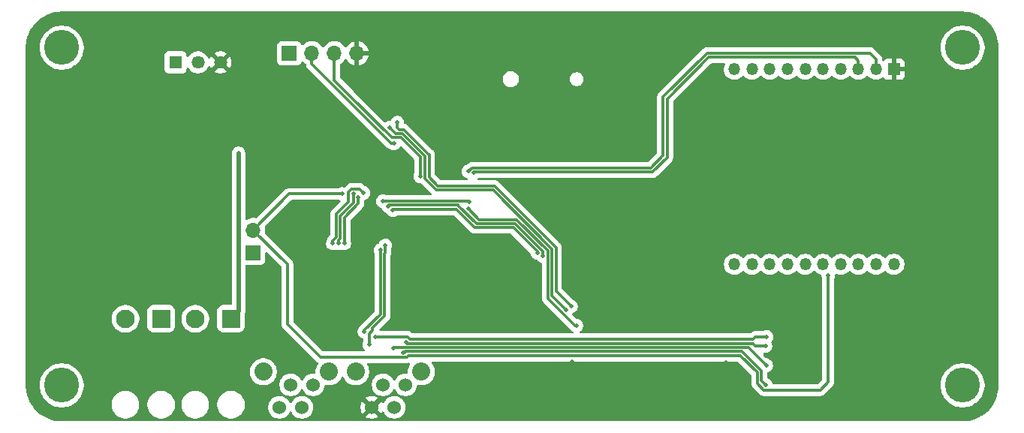
<source format=gbr>
%TF.GenerationSoftware,KiCad,Pcbnew,9.0.1*%
%TF.CreationDate,2025-06-03T12:38:30-05:00*%
%TF.ProjectId,Orientation_Paddle,4f726965-6e74-4617-9469-6f6e5f506164,2.0*%
%TF.SameCoordinates,Original*%
%TF.FileFunction,Copper,L2,Bot*%
%TF.FilePolarity,Positive*%
%FSLAX46Y46*%
G04 Gerber Fmt 4.6, Leading zero omitted, Abs format (unit mm)*
G04 Created by KiCad (PCBNEW 9.0.1) date 2025-06-03 12:38:30*
%MOMM*%
%LPD*%
G01*
G04 APERTURE LIST*
G04 Aperture macros list*
%AMRoundRect*
0 Rectangle with rounded corners*
0 $1 Rounding radius*
0 $2 $3 $4 $5 $6 $7 $8 $9 X,Y pos of 4 corners*
0 Add a 4 corners polygon primitive as box body*
4,1,4,$2,$3,$4,$5,$6,$7,$8,$9,$2,$3,0*
0 Add four circle primitives for the rounded corners*
1,1,$1+$1,$2,$3*
1,1,$1+$1,$4,$5*
1,1,$1+$1,$6,$7*
1,1,$1+$1,$8,$9*
0 Add four rect primitives between the rounded corners*
20,1,$1+$1,$2,$3,$4,$5,0*
20,1,$1+$1,$4,$5,$6,$7,0*
20,1,$1+$1,$6,$7,$8,$9,0*
20,1,$1+$1,$8,$9,$2,$3,0*%
G04 Aperture macros list end*
%TA.AperFunction,ComponentPad*%
%ADD10R,1.468000X1.468000*%
%TD*%
%TA.AperFunction,ComponentPad*%
%ADD11C,1.468000*%
%TD*%
%TA.AperFunction,ComponentPad*%
%ADD12RoundRect,0.249900X-0.800100X-0.800100X0.800100X-0.800100X0.800100X0.800100X-0.800100X0.800100X0*%
%TD*%
%TA.AperFunction,ComponentPad*%
%ADD13C,2.100000*%
%TD*%
%TA.AperFunction,WasherPad*%
%ADD14C,3.937000*%
%TD*%
%TA.AperFunction,ComponentPad*%
%ADD15C,2.032000*%
%TD*%
%TA.AperFunction,ComponentPad*%
%ADD16C,1.524000*%
%TD*%
%TA.AperFunction,ComponentPad*%
%ADD17R,1.700000X1.700000*%
%TD*%
%TA.AperFunction,ComponentPad*%
%ADD18O,1.700000X1.700000*%
%TD*%
%TA.AperFunction,ComponentPad*%
%ADD19R,1.350000X1.350000*%
%TD*%
%TA.AperFunction,ComponentPad*%
%ADD20O,1.350000X1.350000*%
%TD*%
%TA.AperFunction,ViaPad*%
%ADD21C,0.508000*%
%TD*%
%TA.AperFunction,Conductor*%
%ADD22C,0.508000*%
%TD*%
%TA.AperFunction,Conductor*%
%ADD23C,0.304800*%
%TD*%
G04 APERTURE END LIST*
D10*
%TO.P,PS1,1,+VIN*%
%TO.N,Net-(PS1-+VIN)*%
X89027000Y-103260000D03*
D11*
%TO.P,PS1,2,GND*%
%TO.N,GND*%
X91567000Y-103260000D03*
%TO.P,PS1,3,+VOUT*%
%TO.N,+3V3*%
X94107000Y-103260000D03*
%TD*%
D12*
%TO.P,J4,1,Pin_1*%
%TO.N,GND*%
X87416000Y-132185000D03*
D13*
%TO.P,J4,2,Pin_2*%
%TO.N,Net-(J4-Pin_2)*%
X83380000Y-132185000D03*
%TD*%
D14*
%TO.P,H4,*%
%TO.N,*%
X177800000Y-101600000D03*
%TD*%
D15*
%TO.P,J2,*%
%TO.N,*%
X98943546Y-138176000D03*
X106353546Y-138176000D03*
D16*
%TO.P,J2,1,Pin_1*%
%TO.N,GND*%
X104556946Y-139649200D03*
%TO.P,J2,2,Pin_2*%
%TO.N,Status_LED_R*%
X103286946Y-142189200D03*
%TO.P,J2,3,Pin_3*%
%TO.N,Status_LED_G*%
X102016946Y-139649200D03*
%TO.P,J2,4,Pin_4*%
%TO.N,Status_LED_B*%
X100746946Y-142189200D03*
%TD*%
D14*
%TO.P,H1,*%
%TO.N,*%
X76200000Y-139700000D03*
%TD*%
D15*
%TO.P,J3,*%
%TO.N,*%
X109357546Y-138176000D03*
X116767546Y-138176000D03*
D16*
%TO.P,J3,1,Pin_1*%
%TO.N,GND*%
X114970946Y-139649200D03*
%TO.P,J3,2,Pin_2*%
%TO.N,UART3_TX*%
X113700946Y-142189200D03*
%TO.P,J3,3,Pin_3*%
%TO.N,UART3_RX*%
X112430946Y-139649200D03*
%TO.P,J3,4,Pin_4*%
%TO.N,+3V3*%
X111160946Y-142189200D03*
%TD*%
D17*
%TO.P,J6,1,Pin_1*%
%TO.N,GND*%
X101864000Y-102235000D03*
D18*
%TO.P,J6,2,Pin_2*%
%TO.N,SWCLK*%
X104404000Y-102235000D03*
%TO.P,J6,3,Pin_3*%
%TO.N,SWDIO*%
X106944000Y-102235000D03*
%TO.P,J6,4,Pin_4*%
%TO.N,+3V3*%
X109484000Y-102235000D03*
%TD*%
D12*
%TO.P,J5,1,Pin_1*%
%TO.N,+BATT*%
X95290000Y-132185000D03*
D13*
%TO.P,J5,2,Pin_2*%
%TO.N,Net-(D1-K)*%
X91254000Y-132185000D03*
%TD*%
D14*
%TO.P,H2,*%
%TO.N,*%
X177800000Y-139700000D03*
%TD*%
D19*
%TO.P,U3,1,VCC*%
%TO.N,+3V3*%
X170049000Y-104044000D03*
D20*
%TO.P,U3,2,DOUT/DIO13*%
%TO.N,XBee_RX*%
X168049000Y-104044000D03*
%TO.P,U3,3,DIN/DIO13*%
%TO.N,XBee_TX*%
X166049000Y-104044000D03*
%TO.P,U3,4,DIO12/MISO*%
%TO.N,unconnected-(U3-DIO12{slash}MISO-Pad4)*%
X164049000Y-104044000D03*
%TO.P,U3,5,nRESET*%
%TO.N,unconnected-(U3-nRESET-Pad5)*%
X162049000Y-104044000D03*
%TO.P,U3,6,~{DIO10/PWM0}*%
%TO.N,Net-(U3-~{DIO10{slash}PWM0})*%
X160049000Y-104044000D03*
%TO.P,U3,7,DIO11/PWM1*%
%TO.N,unconnected-(U3-DIO11{slash}PWM1-Pad7)*%
X158049000Y-104044000D03*
%TO.P,U3,8,RSVD*%
%TO.N,unconnected-(U3-RSVD-Pad8)*%
X156049000Y-104044000D03*
%TO.P,U3,9,nDTR/DIO8*%
%TO.N,unconnected-(U3-nDTR{slash}DIO8-Pad9)*%
X154049000Y-104044000D03*
%TO.P,U3,10,GND*%
%TO.N,GND*%
X152049000Y-104044000D03*
%TO.P,U3,11,DIO3/MOSI*%
%TO.N,unconnected-(U3-DIO3{slash}MOSI-Pad11)*%
X152049000Y-126044000D03*
%TO.P,U3,12,nCTS/DIO7*%
%TO.N,unconnected-(U3-nCTS{slash}DIO7-Pad12)*%
X154049000Y-126044000D03*
%TO.P,U3,13,nSLEEP/DIO9*%
%TO.N,unconnected-(U3-nSLEEP{slash}DIO9-Pad13)*%
X156049000Y-126044000D03*
%TO.P,U3,14,VREF*%
%TO.N,unconnected-(U3-VREF-Pad14)*%
X158049000Y-126044000D03*
%TO.P,U3,15,Assoc/DIO5*%
%TO.N,Net-(U3-Assoc{slash}DIO5)*%
X160049000Y-126044000D03*
%TO.P,U3,16,nRTS/DIO6*%
%TO.N,unconnected-(U3-nRTS{slash}DIO6-Pad16)*%
X162049000Y-126044000D03*
%TO.P,U3,17,AD3/DIO3/nSSEL*%
%TO.N,Net-(U3-AD3{slash}DIO3{slash}nSSEL)*%
X164049000Y-126044000D03*
%TO.P,U3,18,AD2/DIO2/CLK*%
%TO.N,unconnected-(U3-AD2{slash}DIO2{slash}CLK-Pad18)*%
X166049000Y-126044000D03*
%TO.P,U3,19,AD1/DIO1/ATTN*%
%TO.N,unconnected-(U3-AD1{slash}DIO1{slash}ATTN-Pad19)*%
X168049000Y-126044000D03*
%TO.P,U3,20,AD0/DIO0*%
%TO.N,unconnected-(U3-AD0{slash}DIO0-Pad20)*%
X170049000Y-126044000D03*
%TD*%
D14*
%TO.P,H3,*%
%TO.N,*%
X76200000Y-101600000D03*
%TD*%
D17*
%TO.P,J7,1,Pin_1*%
%TO.N,GND*%
X97790000Y-124719000D03*
D18*
%TO.P,J7,2,Pin_2*%
%TO.N,Reset*%
X97790000Y-122179000D03*
%TD*%
D21*
%TO.N,+3V3*%
X106553000Y-111887000D03*
X155602000Y-136371000D03*
X115189000Y-126365000D03*
X120650000Y-138430000D03*
X133731000Y-137033000D03*
X94742000Y-125730000D03*
X112649000Y-109093000D03*
X139700000Y-121666000D03*
X114554000Y-113538000D03*
X137414000Y-132842000D03*
X127127000Y-137287000D03*
X139350750Y-112617250D03*
X151145000Y-137160000D03*
X116586000Y-122682000D03*
X112014000Y-105156000D03*
X103759000Y-121412000D03*
%TO.N,+BATT*%
X96139000Y-113538000D03*
%TO.N,Reset*%
X162645000Y-127325000D03*
X107823000Y-118110000D03*
%TO.N,SDA*%
X133096000Y-131191000D03*
X113164751Y-110622167D03*
%TO.N,SCL*%
X133623922Y-130795058D03*
X114046000Y-110058200D03*
%TO.N,UART3_TX*%
X112141000Y-124460000D03*
X110330669Y-133653017D03*
%TO.N,UART3_RX*%
X112699300Y-123901700D03*
X110871351Y-135127647D03*
%TO.N,SWCLK*%
X113665000Y-112395000D03*
%TO.N,SWDIO*%
X116605242Y-116133719D03*
%TO.N,SD_CS*%
X111598822Y-134273178D03*
X155702000Y-134239000D03*
%TO.N,SPI_MOSI*%
X155559000Y-135271000D03*
X115062000Y-134874501D03*
%TO.N,SPI_SCK*%
X155645000Y-137471000D03*
X113632042Y-135516134D03*
%TO.N,SPI_MISO*%
X114681000Y-135991601D03*
X155604000Y-139671000D03*
%TO.N,Status_LED_G*%
X109093000Y-118110000D03*
X107416597Y-123698000D03*
%TO.N,SD_CD*%
X122047000Y-119761000D03*
X134239000Y-132969000D03*
%TO.N,Status_LED_R*%
X109649808Y-118465097D03*
X108077000Y-123698000D03*
%TO.N,Status_LED_B*%
X110236000Y-117983000D03*
X106756194Y-123698000D03*
%TO.N,XBee_TX*%
X122682000Y-115717300D03*
%TO.N,XBee_RX*%
X122039789Y-115565525D03*
%TO.N,GPS_PPS*%
X122174000Y-118999000D03*
X112422479Y-118923297D03*
%TO.N,GPS_TX*%
X129834324Y-124772423D03*
X113538000Y-119940297D03*
%TO.N,GPS_RX*%
X130454399Y-125095000D03*
X113023085Y-119482097D03*
%TD*%
D22*
%TO.N,+BATT*%
X96139000Y-113538000D02*
X96139000Y-131336000D01*
X96139000Y-131336000D02*
X95290000Y-132185000D01*
D23*
%TO.N,Reset*%
X155372123Y-140230800D02*
X161739200Y-140230800D01*
X114912877Y-136551401D02*
X114939278Y-136525000D01*
X115139200Y-136525000D02*
X115316000Y-136348200D01*
X97790000Y-122179000D02*
X101645000Y-126034000D01*
X154628000Y-139486677D02*
X155372123Y-140230800D01*
X115316000Y-136348200D02*
X152718208Y-136348200D01*
X105345000Y-136525000D02*
X114422722Y-136525000D01*
X101645000Y-126034000D02*
X101645000Y-132825000D01*
X114939278Y-136525000D02*
X115139200Y-136525000D01*
X101645000Y-132825000D02*
X105345000Y-136525000D01*
X101859000Y-118110000D02*
X97790000Y-122179000D01*
X114449123Y-136551401D02*
X114912877Y-136551401D01*
X154628000Y-138257992D02*
X154628000Y-139486677D01*
X152718208Y-136348200D02*
X154628000Y-138257992D01*
X161739200Y-140230800D02*
X162645000Y-139325000D01*
X162645000Y-139325000D02*
X162645000Y-127325000D01*
X114422722Y-136525000D02*
X114449123Y-136551401D01*
X107823000Y-118110000D02*
X101859000Y-118110000D01*
%TO.N,SDA*%
X113169918Y-110627334D02*
X113844384Y-111301800D01*
X124824934Y-117678200D02*
X131470399Y-124323665D01*
X131470399Y-124323665D02*
X131470400Y-129565400D01*
X113164751Y-110622167D02*
X113169918Y-110617000D01*
X117164042Y-116402042D02*
X118440200Y-117678200D01*
X117164042Y-116366596D02*
X117164042Y-116402042D01*
X114616793Y-111301800D02*
X117063442Y-113748450D01*
X117164042Y-115900842D02*
X117165042Y-115901842D01*
X113844384Y-111301800D02*
X114616793Y-111301800D01*
X131470400Y-129565400D02*
X133096000Y-131191000D01*
X118440200Y-117678200D02*
X124824934Y-117678200D01*
X117063442Y-113749864D02*
X117164042Y-113850464D01*
X117165042Y-116365596D02*
X117164042Y-116366596D01*
X117063442Y-113748450D02*
X117063442Y-113749864D01*
X117165042Y-115901842D02*
X117165042Y-116365596D01*
X117164042Y-113850464D02*
X117164042Y-115900842D01*
X113169918Y-110617000D02*
X113169918Y-110627334D01*
%TO.N,SCL*%
X117623242Y-116213250D02*
X117623242Y-115712049D01*
X118629992Y-117220000D02*
X117623242Y-116213250D01*
X117622242Y-113660671D02*
X117521642Y-113560071D01*
X131928599Y-124133872D02*
X125014726Y-117220000D01*
X117622242Y-115711049D02*
X117622242Y-113660671D01*
X131928600Y-129099736D02*
X131928599Y-124133872D01*
X133623922Y-130795058D02*
X131928600Y-129099736D01*
X117521642Y-113560071D02*
X117521642Y-113558657D01*
X117521642Y-113558657D02*
X114806585Y-110843600D01*
X114806585Y-110843600D02*
X114272600Y-110843600D01*
X125014726Y-117220000D02*
X118629992Y-117220000D01*
X117623242Y-115712049D02*
X117622242Y-115711049D01*
X114046000Y-110617000D02*
X114046000Y-110058200D01*
X114272600Y-110843600D02*
X114046000Y-110617000D01*
%TO.N,UART3_TX*%
X112141000Y-131699000D02*
X112141000Y-124460000D01*
X110330669Y-133653017D02*
X110330669Y-133509331D01*
X110330669Y-133509331D02*
X112141000Y-131699000D01*
%TO.N,UART3_RX*%
X111258496Y-133229496D02*
X112599200Y-131888793D01*
X112599200Y-131888793D02*
X112599200Y-124841000D01*
X112599200Y-124841000D02*
X112699300Y-124740900D01*
X112699300Y-124740900D02*
X112699300Y-123901700D01*
X111258496Y-133515454D02*
X111258496Y-133229496D01*
X110871351Y-135127647D02*
X110871351Y-133902599D01*
X110871351Y-133902599D02*
X111258496Y-133515454D01*
%TO.N,SWCLK*%
X113665000Y-112395000D02*
X113382737Y-112395000D01*
X104404000Y-103416263D02*
X104404000Y-102235000D01*
X113382737Y-112395000D02*
X104404000Y-103416263D01*
%TO.N,SWDIO*%
X106944000Y-102235000D02*
X106944000Y-105309685D01*
X108703658Y-107069343D02*
X113394315Y-111760000D01*
X116605242Y-113938242D02*
X116605242Y-116133719D01*
X114427000Y-111760000D02*
X115697000Y-113030000D01*
X115697000Y-113030000D02*
X116605242Y-113938242D01*
X113792000Y-111760000D02*
X114427000Y-111760000D01*
X106944000Y-105309685D02*
X108703658Y-107069343D01*
X113394315Y-111760000D02*
X113792000Y-111760000D01*
%TO.N,SD_CS*%
X154432000Y-134239000D02*
X155702000Y-134239000D01*
X111598822Y-134273178D02*
X111633000Y-134239000D01*
X111633000Y-134239000D02*
X115217763Y-134239000D01*
X115217763Y-134239000D02*
X115497164Y-134518401D01*
X154152599Y-134518401D02*
X154432000Y-134239000D01*
X115497164Y-134518401D02*
X154152599Y-134518401D01*
%TO.N,SPI_MOSI*%
X154152601Y-134975601D02*
X154448000Y-135271000D01*
X154448000Y-135271000D02*
X155559000Y-135271000D01*
X115163100Y-134975601D02*
X154152601Y-134975601D01*
X115062000Y-134874501D02*
X115163100Y-134975601D01*
%TO.N,SPI_SCK*%
X113715375Y-135432801D02*
X153606801Y-135432801D01*
X153606801Y-135432801D02*
X155645000Y-137471000D01*
X113632042Y-135516134D02*
X113715375Y-135432801D01*
%TO.N,SPI_MISO*%
X152908000Y-135890000D02*
X155086200Y-138068200D01*
X114833399Y-135991601D02*
X114935000Y-135890000D01*
X155086200Y-139153200D02*
X155604000Y-139671000D01*
X155086200Y-138068200D02*
X155086200Y-139153200D01*
X114935000Y-135890000D02*
X152908000Y-135890000D01*
X114681000Y-135991601D02*
X114833399Y-135991601D01*
%TO.N,Status_LED_G*%
X109093000Y-119113008D02*
X107618800Y-120587208D01*
X107416597Y-123355395D02*
X107416597Y-123698000D01*
X107618800Y-123153193D02*
X107416597Y-123355395D01*
X107618800Y-120587208D02*
X107618800Y-123153193D01*
X109090008Y-118696974D02*
X109093000Y-118699966D01*
X109090008Y-118233220D02*
X109090008Y-118696974D01*
X109093000Y-118110000D02*
X109093000Y-118230228D01*
X109093000Y-118230228D02*
X109090008Y-118233220D01*
X109093000Y-118699966D02*
X109093000Y-119113008D01*
%TO.N,SD_CD*%
X127505757Y-121005601D02*
X123291600Y-121005600D01*
X131013199Y-124513043D02*
X127505757Y-121005601D01*
X134083737Y-132969000D02*
X131013199Y-129898462D01*
X123291600Y-121005600D02*
X122047000Y-119761000D01*
X134239000Y-132969000D02*
X134083737Y-132969000D01*
X131013199Y-129898462D02*
X131013199Y-124513043D01*
%TO.N,Status_LED_R*%
X109649808Y-118585325D02*
X109649808Y-119204192D01*
X108077000Y-120777000D02*
X108077000Y-123698000D01*
X109649808Y-119204192D02*
X108077000Y-120777000D01*
%TO.N,Status_LED_B*%
X108533200Y-119024816D02*
X107160600Y-120397416D01*
X107160600Y-122963400D02*
X106756194Y-123367806D01*
X107160600Y-120397416D02*
X107160600Y-122963400D01*
X109803200Y-117550200D02*
X108861123Y-117550200D01*
X108533200Y-117878123D02*
X108533200Y-119024816D01*
X108861123Y-117550200D02*
X108533200Y-117878123D01*
X106756194Y-123367806D02*
X106756194Y-123698000D01*
X110236000Y-117983000D02*
X109803200Y-117550200D01*
%TO.N,XBee_TX*%
X149160792Y-102693200D02*
X165685200Y-102693200D01*
X165685200Y-102693200D02*
X166049000Y-103057000D01*
X144476200Y-113981792D02*
X144476200Y-107377792D01*
X166049000Y-103057000D02*
X166049000Y-104044000D01*
X144476200Y-107377792D02*
X149160792Y-102693200D01*
X122682000Y-115717300D02*
X122782100Y-115617200D01*
X122782100Y-115617200D02*
X142840793Y-115617200D01*
X142840793Y-115617200D02*
X144476200Y-113981792D01*
%TO.N,XBee_RX*%
X144018000Y-113792000D02*
X144018000Y-107188000D01*
X168049000Y-102898000D02*
X168049000Y-104044000D01*
X142651000Y-115159000D02*
X144018000Y-113792000D01*
X122039789Y-115565525D02*
X122446314Y-115159000D01*
X122446314Y-115159000D02*
X142651000Y-115159000D01*
X144018000Y-107188000D02*
X148971000Y-102235000D01*
X167386000Y-102235000D02*
X168049000Y-102898000D01*
X148971000Y-102235000D02*
X167386000Y-102235000D01*
%TO.N,GPS_PPS*%
X112422479Y-118923297D02*
X122098297Y-118923297D01*
X122098297Y-118923297D02*
X122174000Y-118999000D01*
%TO.N,GPS_TX*%
X129834324Y-124630152D02*
X129834324Y-124772423D01*
X120686028Y-119839697D02*
X122768330Y-121922000D01*
X113538000Y-119940297D02*
X113638600Y-119839697D01*
X127126172Y-121922000D02*
X129834324Y-124630152D01*
X122768330Y-121922000D02*
X127126172Y-121922000D01*
X113638600Y-119839697D02*
X120686028Y-119839697D01*
%TO.N,GPS_RX*%
X113023085Y-119482097D02*
X113123685Y-119381497D01*
X120904000Y-119381497D02*
X120904000Y-119409677D01*
X113123685Y-119381497D02*
X120904000Y-119381497D01*
X127315964Y-121463800D02*
X130454399Y-124602235D01*
X130454399Y-124602235D02*
X130454399Y-125095000D01*
X122958122Y-121463800D02*
X127315964Y-121463800D01*
X120904000Y-119409677D02*
X122958122Y-121463800D01*
%TD*%
%TA.AperFunction,Conductor*%
%TO.N,+3V3*%
G36*
X177802896Y-97536634D02*
G01*
X178169112Y-97553565D01*
X178180700Y-97554639D01*
X178279428Y-97568410D01*
X178540913Y-97604886D01*
X178552324Y-97607020D01*
X178906361Y-97690288D01*
X178917548Y-97693471D01*
X179262390Y-97809050D01*
X179273222Y-97813247D01*
X179605946Y-97960158D01*
X179616336Y-97965332D01*
X179934061Y-98142304D01*
X179943954Y-98148429D01*
X180244010Y-98353971D01*
X180253276Y-98360968D01*
X180533087Y-98593321D01*
X180541687Y-98601162D01*
X180798836Y-98858311D01*
X180806677Y-98866911D01*
X181039027Y-99146719D01*
X181046029Y-99155991D01*
X181087176Y-99216058D01*
X181251568Y-99456041D01*
X181257694Y-99465936D01*
X181434659Y-99783649D01*
X181439847Y-99794067D01*
X181586748Y-100126765D01*
X181590952Y-100137618D01*
X181706526Y-100482447D01*
X181709711Y-100493640D01*
X181792976Y-100847658D01*
X181795115Y-100859098D01*
X181845360Y-101219296D01*
X181846434Y-101230885D01*
X181863364Y-101597057D01*
X181863498Y-101602876D01*
X181863498Y-139697077D01*
X181863364Y-139702896D01*
X181846432Y-140069112D01*
X181845358Y-140080701D01*
X181795113Y-140440899D01*
X181792974Y-140452339D01*
X181709710Y-140806357D01*
X181706525Y-140817551D01*
X181590950Y-141162380D01*
X181586746Y-141173232D01*
X181439846Y-141505931D01*
X181434658Y-141516349D01*
X181257693Y-141834061D01*
X181251567Y-141843956D01*
X181046034Y-142143998D01*
X181039020Y-142153286D01*
X180806676Y-142433086D01*
X180798835Y-142441686D01*
X180541686Y-142698835D01*
X180533086Y-142706676D01*
X180253286Y-142939020D01*
X180243998Y-142946034D01*
X179943956Y-143151567D01*
X179934061Y-143157693D01*
X179616349Y-143334658D01*
X179605931Y-143339846D01*
X179273232Y-143486746D01*
X179262380Y-143490950D01*
X178917551Y-143606525D01*
X178906357Y-143609710D01*
X178552339Y-143692974D01*
X178540899Y-143695113D01*
X178180701Y-143745358D01*
X178169112Y-143746432D01*
X177802896Y-143763364D01*
X177797077Y-143763498D01*
X76202921Y-143763498D01*
X76197102Y-143763364D01*
X75830886Y-143746432D01*
X75819298Y-143745358D01*
X75459099Y-143695113D01*
X75447658Y-143692974D01*
X75093641Y-143609709D01*
X75082448Y-143606524D01*
X74737619Y-143490950D01*
X74726766Y-143486746D01*
X74394068Y-143339845D01*
X74383650Y-143334657D01*
X74065937Y-143157692D01*
X74056042Y-143151566D01*
X73933542Y-143067652D01*
X73755992Y-142946027D01*
X73746720Y-142939025D01*
X73477583Y-142715537D01*
X73466918Y-142706681D01*
X73458317Y-142698840D01*
X73201157Y-142441679D01*
X73193317Y-142433079D01*
X73079276Y-142295745D01*
X72960970Y-142153275D01*
X72953973Y-142144009D01*
X72748431Y-141843953D01*
X72742306Y-141834060D01*
X72680625Y-141723321D01*
X72565339Y-141516344D01*
X72560156Y-141505936D01*
X72413248Y-141173221D01*
X72409052Y-141162389D01*
X72293473Y-140817548D01*
X72290289Y-140806357D01*
X72275659Y-140744155D01*
X72207021Y-140452323D01*
X72204887Y-140440912D01*
X72154641Y-140080701D01*
X72153567Y-140069113D01*
X72136634Y-139702853D01*
X72136500Y-139697034D01*
X72136500Y-139560893D01*
X73723000Y-139560893D01*
X73723000Y-139839106D01*
X73754150Y-140115570D01*
X73786379Y-140256774D01*
X73816057Y-140386802D01*
X73816059Y-140386808D01*
X73816058Y-140386808D01*
X73907937Y-140649382D01*
X73907948Y-140649409D01*
X74028653Y-140900055D01*
X74028658Y-140900064D01*
X74098854Y-141011779D01*
X74155902Y-141102571D01*
X74176675Y-141135630D01*
X74176678Y-141135634D01*
X74350129Y-141353137D01*
X74546862Y-141549870D01*
X74746649Y-141709193D01*
X74764373Y-141723327D01*
X74827474Y-141762976D01*
X74999935Y-141871341D01*
X74999944Y-141871346D01*
X75071557Y-141905833D01*
X75250600Y-141992056D01*
X75250616Y-141992061D01*
X75250617Y-141992062D01*
X75513191Y-142083941D01*
X75513194Y-142083941D01*
X75513198Y-142083943D01*
X75784433Y-142145850D01*
X75980469Y-142167938D01*
X76060893Y-142177000D01*
X76060895Y-142177000D01*
X76339107Y-142177000D01*
X76409318Y-142169088D01*
X76615567Y-142145850D01*
X76886802Y-142083943D01*
X77149400Y-141992056D01*
X77400060Y-141871344D01*
X77572531Y-141762973D01*
X81829500Y-141762973D01*
X81829500Y-142007027D01*
X81858354Y-142189199D01*
X81867680Y-142248080D01*
X81930584Y-142441679D01*
X81943096Y-142480185D01*
X82043326Y-142676898D01*
X82053896Y-142697642D01*
X82060460Y-142706676D01*
X82197345Y-142895083D01*
X82197347Y-142895085D01*
X82197349Y-142895088D01*
X82369911Y-143067650D01*
X82369914Y-143067652D01*
X82369917Y-143067655D01*
X82567361Y-143211106D01*
X82784815Y-143321904D01*
X83016924Y-143397321D01*
X83257973Y-143435500D01*
X83257976Y-143435500D01*
X83502024Y-143435500D01*
X83502027Y-143435500D01*
X83743076Y-143397321D01*
X83975185Y-143321904D01*
X84192639Y-143211106D01*
X84390083Y-143067655D01*
X84562655Y-142895083D01*
X84706106Y-142697639D01*
X84816904Y-142480185D01*
X84892321Y-142248076D01*
X84930500Y-142007027D01*
X84930500Y-141762973D01*
X85865500Y-141762973D01*
X85865500Y-142007027D01*
X85894354Y-142189199D01*
X85903680Y-142248080D01*
X85966584Y-142441679D01*
X85979096Y-142480185D01*
X86079326Y-142676898D01*
X86089896Y-142697642D01*
X86096460Y-142706676D01*
X86233345Y-142895083D01*
X86233347Y-142895085D01*
X86233349Y-142895088D01*
X86405911Y-143067650D01*
X86405914Y-143067652D01*
X86405917Y-143067655D01*
X86603361Y-143211106D01*
X86820815Y-143321904D01*
X87052924Y-143397321D01*
X87293973Y-143435500D01*
X87293976Y-143435500D01*
X87538024Y-143435500D01*
X87538027Y-143435500D01*
X87779076Y-143397321D01*
X88011185Y-143321904D01*
X88228639Y-143211106D01*
X88426083Y-143067655D01*
X88598655Y-142895083D01*
X88742106Y-142697639D01*
X88852904Y-142480185D01*
X88928321Y-142248076D01*
X88966500Y-142007027D01*
X88966500Y-141762973D01*
X89703500Y-141762973D01*
X89703500Y-142007027D01*
X89732354Y-142189199D01*
X89741680Y-142248080D01*
X89804584Y-142441679D01*
X89817096Y-142480185D01*
X89917326Y-142676898D01*
X89927896Y-142697642D01*
X89934460Y-142706676D01*
X90071345Y-142895083D01*
X90071347Y-142895085D01*
X90071349Y-142895088D01*
X90243911Y-143067650D01*
X90243914Y-143067652D01*
X90243917Y-143067655D01*
X90441361Y-143211106D01*
X90658815Y-143321904D01*
X90890924Y-143397321D01*
X91131973Y-143435500D01*
X91131976Y-143435500D01*
X91376024Y-143435500D01*
X91376027Y-143435500D01*
X91617076Y-143397321D01*
X91849185Y-143321904D01*
X92066639Y-143211106D01*
X92264083Y-143067655D01*
X92436655Y-142895083D01*
X92580106Y-142697639D01*
X92690904Y-142480185D01*
X92766321Y-142248076D01*
X92804500Y-142007027D01*
X92804500Y-141762973D01*
X93739500Y-141762973D01*
X93739500Y-142007027D01*
X93768354Y-142189199D01*
X93777680Y-142248080D01*
X93840584Y-142441679D01*
X93853096Y-142480185D01*
X93953326Y-142676898D01*
X93963896Y-142697642D01*
X93970460Y-142706676D01*
X94107345Y-142895083D01*
X94107347Y-142895085D01*
X94107349Y-142895088D01*
X94279911Y-143067650D01*
X94279914Y-143067652D01*
X94279917Y-143067655D01*
X94477361Y-143211106D01*
X94694815Y-143321904D01*
X94926924Y-143397321D01*
X95167973Y-143435500D01*
X95167976Y-143435500D01*
X95412024Y-143435500D01*
X95412027Y-143435500D01*
X95653076Y-143397321D01*
X95885185Y-143321904D01*
X96102639Y-143211106D01*
X96300083Y-143067655D01*
X96472655Y-142895083D01*
X96616106Y-142697639D01*
X96726904Y-142480185D01*
X96802321Y-142248076D01*
X96827483Y-142089209D01*
X99476446Y-142089209D01*
X99476446Y-142289191D01*
X99499946Y-142437561D01*
X99507731Y-142486715D01*
X99567205Y-142669757D01*
X99569527Y-142676903D01*
X99588932Y-142714987D01*
X99660318Y-142855090D01*
X99689377Y-142895085D01*
X99777863Y-143016875D01*
X99777865Y-143016877D01*
X99777867Y-143016880D01*
X99919265Y-143158278D01*
X99919268Y-143158280D01*
X99919271Y-143158283D01*
X99991971Y-143211103D01*
X100081055Y-143275827D01*
X100081059Y-143275829D01*
X100259243Y-143366619D01*
X100449430Y-143428414D01*
X100449431Y-143428414D01*
X100449436Y-143428416D01*
X100646955Y-143459700D01*
X100646958Y-143459700D01*
X100846934Y-143459700D01*
X100846937Y-143459700D01*
X101044456Y-143428416D01*
X101234649Y-143366619D01*
X101412833Y-143275829D01*
X101413424Y-143275400D01*
X101432064Y-143261857D01*
X101574621Y-143158283D01*
X101716029Y-143016875D01*
X101833575Y-142855087D01*
X101904680Y-142715535D01*
X101953427Y-142663922D01*
X102022342Y-142646856D01*
X102089544Y-142669757D01*
X102129210Y-142715534D01*
X102200317Y-142855087D01*
X102317863Y-143016875D01*
X102317865Y-143016877D01*
X102317867Y-143016880D01*
X102459265Y-143158278D01*
X102459268Y-143158280D01*
X102459271Y-143158283D01*
X102531971Y-143211103D01*
X102621055Y-143275827D01*
X102621059Y-143275829D01*
X102799243Y-143366619D01*
X102989430Y-143428414D01*
X102989431Y-143428414D01*
X102989436Y-143428416D01*
X103186955Y-143459700D01*
X103186958Y-143459700D01*
X103386934Y-143459700D01*
X103386937Y-143459700D01*
X103584456Y-143428416D01*
X103774649Y-143366619D01*
X103952833Y-143275829D01*
X103953424Y-143275400D01*
X103972064Y-143261857D01*
X104114621Y-143158283D01*
X104121338Y-143151566D01*
X104160445Y-143112460D01*
X104256024Y-143016880D01*
X104256029Y-143016875D01*
X104373575Y-142855087D01*
X104464365Y-142676903D01*
X104526162Y-142486710D01*
X104557446Y-142289191D01*
X104557446Y-142089252D01*
X109890946Y-142089252D01*
X109890946Y-142289147D01*
X109922219Y-142486597D01*
X109983989Y-142676706D01*
X109983992Y-142676712D01*
X110074745Y-142854824D01*
X110100568Y-142890366D01*
X110690994Y-142299940D01*
X110711235Y-142375477D01*
X110774770Y-142485523D01*
X110864623Y-142575376D01*
X110974669Y-142638911D01*
X111050204Y-142659150D01*
X110459777Y-143249577D01*
X110495319Y-143275399D01*
X110673433Y-143366153D01*
X110673439Y-143366156D01*
X110863550Y-143427926D01*
X110863546Y-143427926D01*
X111060998Y-143459200D01*
X111260894Y-143459200D01*
X111458343Y-143427926D01*
X111648452Y-143366156D01*
X111648458Y-143366153D01*
X111826572Y-143275400D01*
X111862112Y-143249577D01*
X111271686Y-142659151D01*
X111347223Y-142638911D01*
X111457269Y-142575376D01*
X111547122Y-142485523D01*
X111610657Y-142375477D01*
X111630897Y-142299940D01*
X112221323Y-142890366D01*
X112247147Y-142854824D01*
X112247148Y-142854822D01*
X112318398Y-142714987D01*
X112367146Y-142663371D01*
X112436061Y-142646305D01*
X112503262Y-142669205D01*
X112542930Y-142714984D01*
X112614317Y-142855087D01*
X112731863Y-143016875D01*
X112731865Y-143016877D01*
X112731867Y-143016880D01*
X112873265Y-143158278D01*
X112873268Y-143158280D01*
X112873271Y-143158283D01*
X112945971Y-143211103D01*
X113035055Y-143275827D01*
X113035059Y-143275829D01*
X113213243Y-143366619D01*
X113403430Y-143428414D01*
X113403431Y-143428414D01*
X113403436Y-143428416D01*
X113600955Y-143459700D01*
X113600958Y-143459700D01*
X113800934Y-143459700D01*
X113800937Y-143459700D01*
X113998456Y-143428416D01*
X114188649Y-143366619D01*
X114366833Y-143275829D01*
X114367424Y-143275400D01*
X114386064Y-143261857D01*
X114528621Y-143158283D01*
X114670029Y-143016875D01*
X114787575Y-142855087D01*
X114878365Y-142676903D01*
X114940162Y-142486710D01*
X114971446Y-142289191D01*
X114971446Y-142089209D01*
X114940162Y-141891690D01*
X114878365Y-141701497D01*
X114787709Y-141523576D01*
X114787573Y-141523309D01*
X114725878Y-141438395D01*
X114670029Y-141361525D01*
X114670026Y-141361522D01*
X114670024Y-141361519D01*
X114528626Y-141220121D01*
X114528623Y-141220119D01*
X114528621Y-141220117D01*
X114477374Y-141182883D01*
X114366836Y-141102572D01*
X114274410Y-141055479D01*
X114188649Y-141011781D01*
X114188646Y-141011780D01*
X114188644Y-141011779D01*
X113998459Y-140949985D01*
X113998463Y-140949985D01*
X113961689Y-140944160D01*
X113800937Y-140918700D01*
X113600955Y-140918700D01*
X113403436Y-140949984D01*
X113403430Y-140949985D01*
X113213247Y-141011779D01*
X113213241Y-141011782D01*
X113035055Y-141102572D01*
X112873268Y-141220119D01*
X112873265Y-141220121D01*
X112731867Y-141361519D01*
X112731865Y-141361522D01*
X112614318Y-141523310D01*
X112542932Y-141663413D01*
X112494183Y-141715028D01*
X112425268Y-141732094D01*
X112358067Y-141709193D01*
X112318398Y-141663413D01*
X112247145Y-141523573D01*
X112221323Y-141488031D01*
X111630896Y-142078458D01*
X111610657Y-142002923D01*
X111547122Y-141892877D01*
X111457269Y-141803024D01*
X111347223Y-141739489D01*
X111271686Y-141719248D01*
X111862112Y-141128822D01*
X111826570Y-141102999D01*
X111648458Y-141012246D01*
X111648452Y-141012243D01*
X111458341Y-140950473D01*
X111458345Y-140950473D01*
X111260894Y-140919200D01*
X111060998Y-140919200D01*
X110863548Y-140950473D01*
X110673439Y-141012243D01*
X110673433Y-141012246D01*
X110495322Y-141102998D01*
X110495321Y-141102999D01*
X110459778Y-141128822D01*
X110459778Y-141128823D01*
X111050204Y-141719249D01*
X110974669Y-141739489D01*
X110864623Y-141803024D01*
X110774770Y-141892877D01*
X110711235Y-142002923D01*
X110690995Y-142078458D01*
X110100569Y-141488032D01*
X110100568Y-141488032D01*
X110074745Y-141523575D01*
X110074744Y-141523576D01*
X109983992Y-141701687D01*
X109983989Y-141701693D01*
X109922219Y-141891802D01*
X109890946Y-142089252D01*
X104557446Y-142089252D01*
X104557446Y-142089209D01*
X104526162Y-141891690D01*
X104464365Y-141701497D01*
X104373709Y-141523576D01*
X104373573Y-141523309D01*
X104311878Y-141438395D01*
X104256029Y-141361525D01*
X104256026Y-141361522D01*
X104256024Y-141361519D01*
X104114626Y-141220121D01*
X104114623Y-141220119D01*
X104114621Y-141220117D01*
X104063374Y-141182883D01*
X103952836Y-141102572D01*
X103860410Y-141055479D01*
X103774649Y-141011781D01*
X103774646Y-141011780D01*
X103774644Y-141011779D01*
X103584459Y-140949985D01*
X103584463Y-140949985D01*
X103547689Y-140944160D01*
X103386937Y-140918700D01*
X103186955Y-140918700D01*
X102989436Y-140949984D01*
X102989430Y-140949985D01*
X102799247Y-141011779D01*
X102799241Y-141011782D01*
X102621055Y-141102572D01*
X102459268Y-141220119D01*
X102459265Y-141220121D01*
X102317867Y-141361519D01*
X102317865Y-141361522D01*
X102200318Y-141523310D01*
X102129213Y-141662862D01*
X102080464Y-141714477D01*
X102011549Y-141731543D01*
X101944348Y-141708642D01*
X101904679Y-141662862D01*
X101902972Y-141659511D01*
X101833575Y-141523313D01*
X101820945Y-141505930D01*
X101807941Y-141488031D01*
X101716029Y-141361525D01*
X101716026Y-141361522D01*
X101716024Y-141361519D01*
X101574626Y-141220121D01*
X101574623Y-141220119D01*
X101574621Y-141220117D01*
X101523374Y-141182883D01*
X101412836Y-141102572D01*
X101320410Y-141055479D01*
X101234649Y-141011781D01*
X101234646Y-141011780D01*
X101234644Y-141011779D01*
X101044459Y-140949985D01*
X101044463Y-140949985D01*
X101007689Y-140944160D01*
X100846937Y-140918700D01*
X100646955Y-140918700D01*
X100449436Y-140949984D01*
X100449430Y-140949985D01*
X100259247Y-141011779D01*
X100259241Y-141011782D01*
X100081055Y-141102572D01*
X99919268Y-141220119D01*
X99919265Y-141220121D01*
X99777867Y-141361519D01*
X99777865Y-141361522D01*
X99660318Y-141523309D01*
X99569528Y-141701495D01*
X99569525Y-141701501D01*
X99507731Y-141891684D01*
X99507730Y-141891689D01*
X99507730Y-141891690D01*
X99476446Y-142089209D01*
X96827483Y-142089209D01*
X96840500Y-142007027D01*
X96840500Y-141762973D01*
X96802321Y-141521924D01*
X96726904Y-141289815D01*
X96616106Y-141072361D01*
X96472655Y-140874917D01*
X96472652Y-140874914D01*
X96472650Y-140874911D01*
X96300088Y-140702349D01*
X96300085Y-140702347D01*
X96300083Y-140702345D01*
X96102639Y-140558894D01*
X95885185Y-140448096D01*
X95885182Y-140448095D01*
X95885180Y-140448094D01*
X95653080Y-140372680D01*
X95653078Y-140372679D01*
X95653076Y-140372679D01*
X95412027Y-140334500D01*
X95167973Y-140334500D01*
X94926924Y-140372679D01*
X94926922Y-140372679D01*
X94926919Y-140372680D01*
X94694819Y-140448094D01*
X94694813Y-140448097D01*
X94477357Y-140558896D01*
X94279914Y-140702347D01*
X94279911Y-140702349D01*
X94107349Y-140874911D01*
X94107347Y-140874914D01*
X93963896Y-141072357D01*
X93853097Y-141289813D01*
X93853094Y-141289819D01*
X93777680Y-141521919D01*
X93777679Y-141521922D01*
X93777679Y-141521924D01*
X93739500Y-141762973D01*
X92804500Y-141762973D01*
X92766321Y-141521924D01*
X92690904Y-141289815D01*
X92580106Y-141072361D01*
X92436655Y-140874917D01*
X92436652Y-140874914D01*
X92436650Y-140874911D01*
X92264088Y-140702349D01*
X92264085Y-140702347D01*
X92264083Y-140702345D01*
X92066639Y-140558894D01*
X91849185Y-140448096D01*
X91849182Y-140448095D01*
X91849180Y-140448094D01*
X91617080Y-140372680D01*
X91617078Y-140372679D01*
X91617076Y-140372679D01*
X91376027Y-140334500D01*
X91131973Y-140334500D01*
X90890924Y-140372679D01*
X90890922Y-140372679D01*
X90890919Y-140372680D01*
X90658819Y-140448094D01*
X90658813Y-140448097D01*
X90441357Y-140558896D01*
X90243914Y-140702347D01*
X90243911Y-140702349D01*
X90071349Y-140874911D01*
X90071347Y-140874914D01*
X89927896Y-141072357D01*
X89817097Y-141289813D01*
X89817094Y-141289819D01*
X89741680Y-141521919D01*
X89741679Y-141521922D01*
X89741679Y-141521924D01*
X89703500Y-141762973D01*
X88966500Y-141762973D01*
X88928321Y-141521924D01*
X88852904Y-141289815D01*
X88742106Y-141072361D01*
X88598655Y-140874917D01*
X88598652Y-140874914D01*
X88598650Y-140874911D01*
X88426088Y-140702349D01*
X88426085Y-140702347D01*
X88426083Y-140702345D01*
X88228639Y-140558894D01*
X88011185Y-140448096D01*
X88011182Y-140448095D01*
X88011180Y-140448094D01*
X87779080Y-140372680D01*
X87779078Y-140372679D01*
X87779076Y-140372679D01*
X87538027Y-140334500D01*
X87293973Y-140334500D01*
X87052924Y-140372679D01*
X87052922Y-140372679D01*
X87052919Y-140372680D01*
X86820819Y-140448094D01*
X86820813Y-140448097D01*
X86603357Y-140558896D01*
X86405914Y-140702347D01*
X86405911Y-140702349D01*
X86233349Y-140874911D01*
X86233347Y-140874914D01*
X86089896Y-141072357D01*
X85979097Y-141289813D01*
X85979094Y-141289819D01*
X85903680Y-141521919D01*
X85903679Y-141521922D01*
X85903679Y-141521924D01*
X85865500Y-141762973D01*
X84930500Y-141762973D01*
X84892321Y-141521924D01*
X84816904Y-141289815D01*
X84706106Y-141072361D01*
X84562655Y-140874917D01*
X84562652Y-140874914D01*
X84562650Y-140874911D01*
X84390088Y-140702349D01*
X84390085Y-140702347D01*
X84390083Y-140702345D01*
X84192639Y-140558894D01*
X83975185Y-140448096D01*
X83975182Y-140448095D01*
X83975180Y-140448094D01*
X83743080Y-140372680D01*
X83743078Y-140372679D01*
X83743076Y-140372679D01*
X83502027Y-140334500D01*
X83257973Y-140334500D01*
X83016924Y-140372679D01*
X83016922Y-140372679D01*
X83016919Y-140372680D01*
X82784819Y-140448094D01*
X82784813Y-140448097D01*
X82567357Y-140558896D01*
X82369914Y-140702347D01*
X82369911Y-140702349D01*
X82197349Y-140874911D01*
X82197347Y-140874914D01*
X82053896Y-141072357D01*
X81943097Y-141289813D01*
X81943094Y-141289819D01*
X81867680Y-141521919D01*
X81867679Y-141521922D01*
X81867679Y-141521924D01*
X81829500Y-141762973D01*
X77572531Y-141762973D01*
X77635627Y-141723327D01*
X77663542Y-141701065D01*
X77715651Y-141659511D01*
X77853137Y-141549870D01*
X78049870Y-141353137D01*
X78223321Y-141135634D01*
X78223327Y-141135627D01*
X78371344Y-140900060D01*
X78492056Y-140649400D01*
X78583943Y-140386802D01*
X78645850Y-140115567D01*
X78677000Y-139839105D01*
X78677000Y-139560895D01*
X78673856Y-139532995D01*
X78664346Y-139448585D01*
X78645850Y-139284433D01*
X78583943Y-139013198D01*
X78573484Y-138983309D01*
X78492062Y-138750617D01*
X78492061Y-138750616D01*
X78492056Y-138750600D01*
X78371344Y-138499940D01*
X78353650Y-138471781D01*
X78297791Y-138382881D01*
X78223327Y-138264373D01*
X78223321Y-138264365D01*
X78115874Y-138129630D01*
X78115872Y-138129628D01*
X78057171Y-138056019D01*
X97419046Y-138056019D01*
X97419046Y-138295981D01*
X97456387Y-138531746D01*
X97456585Y-138532993D01*
X97530576Y-138760714D01*
X97530736Y-138761205D01*
X97583170Y-138864111D01*
X97639678Y-138975015D01*
X97721877Y-139088151D01*
X97780723Y-139169145D01*
X97780725Y-139169147D01*
X97780727Y-139169150D01*
X97950395Y-139338818D01*
X97950398Y-139338820D01*
X97950401Y-139338823D01*
X98020968Y-139390093D01*
X98144530Y-139479867D01*
X98144534Y-139479869D01*
X98358341Y-139588810D01*
X98586558Y-139662962D01*
X98823565Y-139700500D01*
X98823568Y-139700500D01*
X99063524Y-139700500D01*
X99063527Y-139700500D01*
X99300534Y-139662962D01*
X99528751Y-139588810D01*
X99742558Y-139479869D01*
X99936691Y-139338823D01*
X100106369Y-139169145D01*
X100247415Y-138975012D01*
X100356356Y-138761205D01*
X100430508Y-138532988D01*
X100468046Y-138295981D01*
X100468046Y-138056019D01*
X100430508Y-137819012D01*
X100356356Y-137590795D01*
X100247415Y-137376988D01*
X100247414Y-137376986D01*
X100247413Y-137376984D01*
X100154126Y-137248587D01*
X100106369Y-137182855D01*
X100106366Y-137182852D01*
X100106364Y-137182849D01*
X99936696Y-137013181D01*
X99936693Y-137013179D01*
X99936691Y-137013177D01*
X99875198Y-136968499D01*
X99742561Y-136872132D01*
X99631657Y-136815624D01*
X99528751Y-136763190D01*
X99528748Y-136763189D01*
X99528746Y-136763188D01*
X99300539Y-136689039D01*
X99300535Y-136689038D01*
X99300534Y-136689038D01*
X99063527Y-136651500D01*
X98823565Y-136651500D01*
X98586558Y-136689038D01*
X98586552Y-136689039D01*
X98358345Y-136763188D01*
X98358339Y-136763191D01*
X98144530Y-136872132D01*
X97950398Y-137013179D01*
X97950395Y-137013181D01*
X97780727Y-137182849D01*
X97780725Y-137182852D01*
X97639678Y-137376984D01*
X97530737Y-137590793D01*
X97530734Y-137590799D01*
X97456585Y-137819006D01*
X97456584Y-137819011D01*
X97456584Y-137819012D01*
X97419046Y-138056019D01*
X78057171Y-138056019D01*
X78049863Y-138046855D01*
X77853137Y-137850129D01*
X77635634Y-137676678D01*
X77635630Y-137676675D01*
X77400064Y-137528658D01*
X77400055Y-137528653D01*
X77149409Y-137407948D01*
X77149404Y-137407946D01*
X77149400Y-137407944D01*
X77149394Y-137407941D01*
X77149382Y-137407937D01*
X76886808Y-137316058D01*
X76615570Y-137254150D01*
X76339107Y-137223000D01*
X76339105Y-137223000D01*
X76060895Y-137223000D01*
X76060893Y-137223000D01*
X75784429Y-137254150D01*
X75513191Y-137316058D01*
X75250617Y-137407937D01*
X75250590Y-137407948D01*
X74999944Y-137528653D01*
X74999935Y-137528658D01*
X74764369Y-137676675D01*
X74764365Y-137676678D01*
X74546862Y-137850129D01*
X74350129Y-138046862D01*
X74176678Y-138264365D01*
X74176675Y-138264369D01*
X74028658Y-138499935D01*
X74028653Y-138499944D01*
X73907948Y-138750590D01*
X73907937Y-138750617D01*
X73816058Y-139013191D01*
X73754150Y-139284429D01*
X73723000Y-139560893D01*
X72136500Y-139560893D01*
X72136500Y-132062343D01*
X81821500Y-132062343D01*
X81821500Y-132307657D01*
X81837602Y-132409321D01*
X81859876Y-132549952D01*
X81878679Y-132607821D01*
X81928095Y-132759907D01*
X81935682Y-132783255D01*
X81935685Y-132783263D01*
X82047051Y-133001832D01*
X82191244Y-133200296D01*
X82364703Y-133373755D01*
X82364706Y-133373757D01*
X82563168Y-133517949D01*
X82781744Y-133629318D01*
X83015050Y-133705124D01*
X83257343Y-133743500D01*
X83257346Y-133743500D01*
X83502654Y-133743500D01*
X83502657Y-133743500D01*
X83744950Y-133705124D01*
X83978256Y-133629318D01*
X84196832Y-133517949D01*
X84395294Y-133373757D01*
X84568757Y-133200294D01*
X84688383Y-133035644D01*
X85857499Y-133035644D01*
X85868111Y-133139503D01*
X85868112Y-133139506D01*
X85923877Y-133307796D01*
X85974766Y-133390299D01*
X86016949Y-133458689D01*
X86016954Y-133458695D01*
X86142304Y-133584045D01*
X86142310Y-133584050D01*
X86142311Y-133584051D01*
X86293204Y-133677123D01*
X86461494Y-133732888D01*
X86482268Y-133735010D01*
X86565356Y-133743500D01*
X86565364Y-133743500D01*
X88266644Y-133743500D01*
X88342177Y-133735782D01*
X88370506Y-133732888D01*
X88538796Y-133677123D01*
X88689689Y-133584051D01*
X88815051Y-133458689D01*
X88908123Y-133307796D01*
X88963888Y-133139506D01*
X88969147Y-133088032D01*
X88974500Y-133035644D01*
X88974500Y-132062343D01*
X89695500Y-132062343D01*
X89695500Y-132307657D01*
X89711602Y-132409321D01*
X89733876Y-132549952D01*
X89752679Y-132607821D01*
X89802095Y-132759907D01*
X89809682Y-132783255D01*
X89809685Y-132783263D01*
X89921051Y-133001832D01*
X90065244Y-133200296D01*
X90238703Y-133373755D01*
X90238706Y-133373757D01*
X90437168Y-133517949D01*
X90655744Y-133629318D01*
X90889050Y-133705124D01*
X91131343Y-133743500D01*
X91131346Y-133743500D01*
X91376654Y-133743500D01*
X91376657Y-133743500D01*
X91618950Y-133705124D01*
X91852256Y-133629318D01*
X92070832Y-133517949D01*
X92269294Y-133373757D01*
X92442757Y-133200294D01*
X92562383Y-133035644D01*
X93731499Y-133035644D01*
X93742111Y-133139503D01*
X93742112Y-133139506D01*
X93797877Y-133307796D01*
X93848766Y-133390299D01*
X93890949Y-133458689D01*
X93890954Y-133458695D01*
X94016304Y-133584045D01*
X94016310Y-133584050D01*
X94016311Y-133584051D01*
X94167204Y-133677123D01*
X94335494Y-133732888D01*
X94356268Y-133735010D01*
X94439356Y-133743500D01*
X94439364Y-133743500D01*
X96140644Y-133743500D01*
X96216177Y-133735782D01*
X96244506Y-133732888D01*
X96412796Y-133677123D01*
X96563689Y-133584051D01*
X96689051Y-133458689D01*
X96782123Y-133307796D01*
X96837888Y-133139506D01*
X96843147Y-133088032D01*
X96848500Y-133035644D01*
X96848500Y-131640685D01*
X96858091Y-131592467D01*
X96872197Y-131558413D01*
X96889629Y-131470776D01*
X96890282Y-131467495D01*
X96895517Y-131441177D01*
X96901500Y-131411100D01*
X96901500Y-126203500D01*
X96921502Y-126135379D01*
X96975158Y-126088886D01*
X97027500Y-126077500D01*
X98688632Y-126077500D01*
X98688638Y-126077500D01*
X98688645Y-126077499D01*
X98688649Y-126077499D01*
X98749196Y-126070990D01*
X98749199Y-126070989D01*
X98749201Y-126070989D01*
X98886204Y-126019889D01*
X99003261Y-125932261D01*
X99007531Y-125926557D01*
X99090887Y-125815207D01*
X99090887Y-125815206D01*
X99090889Y-125815204D01*
X99141989Y-125678201D01*
X99148500Y-125617638D01*
X99148500Y-124776343D01*
X99168502Y-124708222D01*
X99222158Y-124661729D01*
X99292432Y-124651625D01*
X99357012Y-124681119D01*
X99363595Y-124687248D01*
X100947195Y-126270848D01*
X100981221Y-126333160D01*
X100984100Y-126359943D01*
X100984100Y-132890095D01*
X101009498Y-133017777D01*
X101009500Y-133017782D01*
X101038598Y-133088032D01*
X101059318Y-133138054D01*
X101131645Y-133246299D01*
X102981248Y-135095902D01*
X104827234Y-136941887D01*
X104827244Y-136941898D01*
X104831644Y-136946298D01*
X104831645Y-136946299D01*
X104923701Y-137038355D01*
X105016308Y-137100233D01*
X105031946Y-137110682D01*
X105046634Y-137116766D01*
X105101915Y-137161311D01*
X105124338Y-137228674D01*
X105106782Y-137297466D01*
X105100355Y-137307235D01*
X105049678Y-137376986D01*
X104940737Y-137590793D01*
X104940734Y-137590799D01*
X104866585Y-137819006D01*
X104866584Y-137819011D01*
X104866584Y-137819012D01*
X104830497Y-138046862D01*
X104829046Y-138056022D01*
X104829046Y-138258432D01*
X104809044Y-138326553D01*
X104755388Y-138373046D01*
X104685114Y-138383150D01*
X104683337Y-138382881D01*
X104665367Y-138380035D01*
X104656937Y-138378700D01*
X104456955Y-138378700D01*
X104266981Y-138408789D01*
X104259430Y-138409985D01*
X104069247Y-138471779D01*
X104069241Y-138471782D01*
X103891055Y-138562572D01*
X103729268Y-138680119D01*
X103729265Y-138680121D01*
X103587867Y-138821519D01*
X103587865Y-138821522D01*
X103470318Y-138983310D01*
X103399213Y-139122862D01*
X103350464Y-139174477D01*
X103281549Y-139191543D01*
X103214348Y-139168642D01*
X103174679Y-139122862D01*
X103156993Y-139088151D01*
X103103575Y-138983313D01*
X102986029Y-138821525D01*
X102986026Y-138821522D01*
X102986024Y-138821519D01*
X102844626Y-138680121D01*
X102844623Y-138680119D01*
X102844621Y-138680117D01*
X102793374Y-138642883D01*
X102682836Y-138562572D01*
X102590410Y-138515479D01*
X102504649Y-138471781D01*
X102504646Y-138471780D01*
X102504644Y-138471779D01*
X102314459Y-138409985D01*
X102314463Y-138409985D01*
X102277689Y-138404160D01*
X102116937Y-138378700D01*
X101916955Y-138378700D01*
X101726981Y-138408789D01*
X101719430Y-138409985D01*
X101529247Y-138471779D01*
X101529241Y-138471782D01*
X101351055Y-138562572D01*
X101189268Y-138680119D01*
X101189265Y-138680121D01*
X101047867Y-138821519D01*
X101047865Y-138821522D01*
X100930318Y-138983309D01*
X100839528Y-139161495D01*
X100839525Y-139161501D01*
X100777731Y-139351684D01*
X100777730Y-139351689D01*
X100777730Y-139351690D01*
X100746446Y-139549209D01*
X100746446Y-139749191D01*
X100772031Y-139910727D01*
X100777731Y-139946715D01*
X100835309Y-140123922D01*
X100839527Y-140136903D01*
X100839528Y-140136904D01*
X100930318Y-140315090D01*
X100982421Y-140386802D01*
X101047863Y-140476875D01*
X101047865Y-140476877D01*
X101047867Y-140476880D01*
X101189265Y-140618278D01*
X101189268Y-140618280D01*
X101189271Y-140618283D01*
X101266141Y-140674132D01*
X101351055Y-140735827D01*
X101351059Y-140735829D01*
X101529243Y-140826619D01*
X101719430Y-140888414D01*
X101719431Y-140888414D01*
X101719436Y-140888416D01*
X101916955Y-140919700D01*
X101916958Y-140919700D01*
X102116934Y-140919700D01*
X102116937Y-140919700D01*
X102314456Y-140888416D01*
X102504649Y-140826619D01*
X102682833Y-140735829D01*
X102844621Y-140618283D01*
X102986029Y-140476875D01*
X103103575Y-140315087D01*
X103174680Y-140175535D01*
X103223427Y-140123922D01*
X103292342Y-140106856D01*
X103359544Y-140129757D01*
X103399210Y-140175534D01*
X103470317Y-140315087D01*
X103470319Y-140315090D01*
X103484421Y-140334500D01*
X103587863Y-140476875D01*
X103587865Y-140476877D01*
X103587867Y-140476880D01*
X103729265Y-140618278D01*
X103729268Y-140618280D01*
X103729271Y-140618283D01*
X103806141Y-140674132D01*
X103891055Y-140735827D01*
X103891059Y-140735829D01*
X104069243Y-140826619D01*
X104259430Y-140888414D01*
X104259431Y-140888414D01*
X104259436Y-140888416D01*
X104456955Y-140919700D01*
X104456958Y-140919700D01*
X104656934Y-140919700D01*
X104656937Y-140919700D01*
X104854456Y-140888416D01*
X105044649Y-140826619D01*
X105222833Y-140735829D01*
X105384621Y-140618283D01*
X105526029Y-140476875D01*
X105643575Y-140315087D01*
X105734365Y-140136903D01*
X105796162Y-139946710D01*
X105825633Y-139760632D01*
X105856046Y-139696481D01*
X105916314Y-139658954D01*
X105987303Y-139659968D01*
X105988971Y-139660497D01*
X105996558Y-139662962D01*
X106233565Y-139700500D01*
X106233568Y-139700500D01*
X106473524Y-139700500D01*
X106473527Y-139700500D01*
X106710534Y-139662962D01*
X106938751Y-139588810D01*
X107152558Y-139479869D01*
X107346691Y-139338823D01*
X107516369Y-139169145D01*
X107657415Y-138975012D01*
X107743280Y-138806491D01*
X107792027Y-138754879D01*
X107860942Y-138737813D01*
X107928144Y-138760714D01*
X107967810Y-138806491D01*
X108053677Y-138975012D01*
X108194723Y-139169145D01*
X108194725Y-139169147D01*
X108194727Y-139169150D01*
X108364395Y-139338818D01*
X108364398Y-139338820D01*
X108364401Y-139338823D01*
X108434968Y-139390093D01*
X108558530Y-139479867D01*
X108558534Y-139479869D01*
X108772341Y-139588810D01*
X109000558Y-139662962D01*
X109237565Y-139700500D01*
X109237568Y-139700500D01*
X109477524Y-139700500D01*
X109477527Y-139700500D01*
X109714534Y-139662962D01*
X109942751Y-139588810D01*
X110156558Y-139479869D01*
X110350691Y-139338823D01*
X110520369Y-139169145D01*
X110661415Y-138975012D01*
X110770356Y-138761205D01*
X110844508Y-138532988D01*
X110882046Y-138295981D01*
X110882046Y-138056019D01*
X110844508Y-137819012D01*
X110770356Y-137590795D01*
X110661415Y-137376988D01*
X110661411Y-137376982D01*
X110659167Y-137372577D01*
X110660319Y-137371990D01*
X110643334Y-137309205D01*
X110664788Y-137241527D01*
X110719426Y-137196193D01*
X110769305Y-137185900D01*
X114238887Y-137185900D01*
X114263468Y-137188321D01*
X114384024Y-137212300D01*
X114384027Y-137212300D01*
X114384030Y-137212301D01*
X114384031Y-137212301D01*
X114977969Y-137212301D01*
X114977970Y-137212301D01*
X115098525Y-137188320D01*
X115123107Y-137185900D01*
X115204292Y-137185900D01*
X115204293Y-137185900D01*
X115331977Y-137160502D01*
X115332602Y-137160242D01*
X115332954Y-137160204D01*
X115337907Y-137158703D01*
X115338191Y-137159641D01*
X115403190Y-137152644D01*
X115466681Y-137184415D01*
X115502917Y-137245468D01*
X115500392Y-137316419D01*
X115482772Y-137350704D01*
X115463680Y-137376982D01*
X115354737Y-137590793D01*
X115354734Y-137590799D01*
X115280585Y-137819006D01*
X115280584Y-137819011D01*
X115280584Y-137819012D01*
X115244497Y-138046862D01*
X115243046Y-138056022D01*
X115243046Y-138258432D01*
X115223044Y-138326553D01*
X115169388Y-138373046D01*
X115099114Y-138383150D01*
X115097337Y-138382881D01*
X115079367Y-138380035D01*
X115070937Y-138378700D01*
X114870955Y-138378700D01*
X114680981Y-138408789D01*
X114673430Y-138409985D01*
X114483247Y-138471779D01*
X114483241Y-138471782D01*
X114305055Y-138562572D01*
X114143268Y-138680119D01*
X114143265Y-138680121D01*
X114001867Y-138821519D01*
X114001865Y-138821522D01*
X113884318Y-138983310D01*
X113813213Y-139122862D01*
X113764464Y-139174477D01*
X113695549Y-139191543D01*
X113628348Y-139168642D01*
X113588679Y-139122862D01*
X113570993Y-139088151D01*
X113517575Y-138983313D01*
X113400029Y-138821525D01*
X113400026Y-138821522D01*
X113400024Y-138821519D01*
X113258626Y-138680121D01*
X113258623Y-138680119D01*
X113258621Y-138680117D01*
X113207374Y-138642883D01*
X113096836Y-138562572D01*
X113004410Y-138515479D01*
X112918649Y-138471781D01*
X112918646Y-138471780D01*
X112918644Y-138471779D01*
X112728459Y-138409985D01*
X112728463Y-138409985D01*
X112691689Y-138404160D01*
X112530937Y-138378700D01*
X112330955Y-138378700D01*
X112140981Y-138408789D01*
X112133430Y-138409985D01*
X111943247Y-138471779D01*
X111943241Y-138471782D01*
X111765055Y-138562572D01*
X111603268Y-138680119D01*
X111603265Y-138680121D01*
X111461867Y-138821519D01*
X111461865Y-138821522D01*
X111344318Y-138983309D01*
X111253528Y-139161495D01*
X111253525Y-139161501D01*
X111191731Y-139351684D01*
X111191730Y-139351689D01*
X111191730Y-139351690D01*
X111160446Y-139549209D01*
X111160446Y-139749191D01*
X111186031Y-139910727D01*
X111191731Y-139946715D01*
X111249309Y-140123922D01*
X111253527Y-140136903D01*
X111253528Y-140136904D01*
X111344318Y-140315090D01*
X111396421Y-140386802D01*
X111461863Y-140476875D01*
X111461865Y-140476877D01*
X111461867Y-140476880D01*
X111603265Y-140618278D01*
X111603268Y-140618280D01*
X111603271Y-140618283D01*
X111680141Y-140674132D01*
X111765055Y-140735827D01*
X111765059Y-140735829D01*
X111943243Y-140826619D01*
X112133430Y-140888414D01*
X112133431Y-140888414D01*
X112133436Y-140888416D01*
X112330955Y-140919700D01*
X112330958Y-140919700D01*
X112530934Y-140919700D01*
X112530937Y-140919700D01*
X112728456Y-140888416D01*
X112918649Y-140826619D01*
X113096833Y-140735829D01*
X113258621Y-140618283D01*
X113400029Y-140476875D01*
X113517575Y-140315087D01*
X113588680Y-140175535D01*
X113637427Y-140123922D01*
X113706342Y-140106856D01*
X113773544Y-140129757D01*
X113813210Y-140175534D01*
X113884317Y-140315087D01*
X113884319Y-140315090D01*
X113898421Y-140334500D01*
X114001863Y-140476875D01*
X114001865Y-140476877D01*
X114001867Y-140476880D01*
X114143265Y-140618278D01*
X114143268Y-140618280D01*
X114143271Y-140618283D01*
X114220141Y-140674132D01*
X114305055Y-140735827D01*
X114305059Y-140735829D01*
X114483243Y-140826619D01*
X114673430Y-140888414D01*
X114673431Y-140888414D01*
X114673436Y-140888416D01*
X114870955Y-140919700D01*
X114870958Y-140919700D01*
X115070934Y-140919700D01*
X115070937Y-140919700D01*
X115268456Y-140888416D01*
X115458649Y-140826619D01*
X115636833Y-140735829D01*
X115798621Y-140618283D01*
X115940029Y-140476875D01*
X116057575Y-140315087D01*
X116148365Y-140136903D01*
X116210162Y-139946710D01*
X116239633Y-139760632D01*
X116270046Y-139696481D01*
X116330314Y-139658954D01*
X116401303Y-139659968D01*
X116402971Y-139660497D01*
X116410558Y-139662962D01*
X116647565Y-139700500D01*
X116647568Y-139700500D01*
X116887524Y-139700500D01*
X116887527Y-139700500D01*
X117124534Y-139662962D01*
X117352751Y-139588810D01*
X117566558Y-139479869D01*
X117760691Y-139338823D01*
X117930369Y-139169145D01*
X118071415Y-138975012D01*
X118180356Y-138761205D01*
X118254508Y-138532988D01*
X118292046Y-138295981D01*
X118292046Y-138056019D01*
X118254508Y-137819012D01*
X118180356Y-137590795D01*
X118071415Y-137376988D01*
X117949480Y-137209159D01*
X117925623Y-137142294D01*
X117941703Y-137073142D01*
X117992617Y-137023662D01*
X118051417Y-137009100D01*
X152392264Y-137009100D01*
X152460385Y-137029102D01*
X152481359Y-137046005D01*
X153930195Y-138494841D01*
X153964221Y-138557153D01*
X153967100Y-138583936D01*
X153967100Y-139551772D01*
X153992498Y-139679454D01*
X153992500Y-139679459D01*
X154001215Y-139700500D01*
X154042318Y-139799731D01*
X154114645Y-139907976D01*
X154950824Y-140744155D01*
X155059069Y-140816482D01*
X155179346Y-140866302D01*
X155307030Y-140891700D01*
X155307031Y-140891700D01*
X161804292Y-140891700D01*
X161804293Y-140891700D01*
X161931977Y-140866302D01*
X162052254Y-140816482D01*
X162160499Y-140744155D01*
X163158355Y-139746299D01*
X163230682Y-139638054D01*
X163243125Y-139608014D01*
X163262644Y-139560893D01*
X175323000Y-139560893D01*
X175323000Y-139839106D01*
X175354150Y-140115570D01*
X175386379Y-140256774D01*
X175416057Y-140386802D01*
X175416059Y-140386808D01*
X175416058Y-140386808D01*
X175507937Y-140649382D01*
X175507948Y-140649409D01*
X175628653Y-140900055D01*
X175628658Y-140900064D01*
X175698854Y-141011779D01*
X175755902Y-141102571D01*
X175776675Y-141135630D01*
X175776678Y-141135634D01*
X175950129Y-141353137D01*
X176146862Y-141549870D01*
X176346649Y-141709193D01*
X176364373Y-141723327D01*
X176427474Y-141762976D01*
X176599935Y-141871341D01*
X176599944Y-141871346D01*
X176671557Y-141905833D01*
X176850600Y-141992056D01*
X176850616Y-141992061D01*
X176850617Y-141992062D01*
X177113191Y-142083941D01*
X177113194Y-142083941D01*
X177113198Y-142083943D01*
X177384433Y-142145850D01*
X177580469Y-142167938D01*
X177660893Y-142177000D01*
X177660895Y-142177000D01*
X177939107Y-142177000D01*
X178009318Y-142169088D01*
X178215567Y-142145850D01*
X178486802Y-142083943D01*
X178749400Y-141992056D01*
X179000060Y-141871344D01*
X179235627Y-141723327D01*
X179315650Y-141659511D01*
X179453137Y-141549870D01*
X179649870Y-141353137D01*
X179823321Y-141135634D01*
X179823327Y-141135627D01*
X179971344Y-140900060D01*
X180092056Y-140649400D01*
X180183943Y-140386802D01*
X180245850Y-140115567D01*
X180277000Y-139839105D01*
X180277000Y-139560895D01*
X180273856Y-139532995D01*
X180264346Y-139448585D01*
X180245850Y-139284433D01*
X180183943Y-139013198D01*
X180173484Y-138983309D01*
X180092062Y-138750617D01*
X180092061Y-138750616D01*
X180092056Y-138750600D01*
X179971344Y-138499940D01*
X179953650Y-138471781D01*
X179897791Y-138382881D01*
X179823327Y-138264373D01*
X179823321Y-138264365D01*
X179649870Y-138046862D01*
X179453137Y-137850129D01*
X179235634Y-137676678D01*
X179235630Y-137676675D01*
X179000064Y-137528658D01*
X179000055Y-137528653D01*
X178749409Y-137407948D01*
X178749404Y-137407946D01*
X178749400Y-137407944D01*
X178749394Y-137407941D01*
X178749382Y-137407937D01*
X178486808Y-137316058D01*
X178215570Y-137254150D01*
X177939107Y-137223000D01*
X177939105Y-137223000D01*
X177660895Y-137223000D01*
X177660893Y-137223000D01*
X177384429Y-137254150D01*
X177113191Y-137316058D01*
X176850617Y-137407937D01*
X176850590Y-137407948D01*
X176599944Y-137528653D01*
X176599935Y-137528658D01*
X176364369Y-137676675D01*
X176364365Y-137676678D01*
X176146862Y-137850129D01*
X175950129Y-138046862D01*
X175776678Y-138264365D01*
X175776675Y-138264369D01*
X175628658Y-138499935D01*
X175628653Y-138499944D01*
X175507948Y-138750590D01*
X175507937Y-138750617D01*
X175416058Y-139013191D01*
X175354150Y-139284429D01*
X175323000Y-139560893D01*
X163262644Y-139560893D01*
X163280501Y-139517783D01*
X163280501Y-139517780D01*
X163280503Y-139517777D01*
X163305900Y-139390093D01*
X163305900Y-139259906D01*
X163305900Y-127745462D01*
X163319227Y-127692261D01*
X163318349Y-127691897D01*
X163320716Y-127686181D01*
X163320718Y-127686179D01*
X163378197Y-127547413D01*
X163407500Y-127400100D01*
X163407500Y-127251025D01*
X163427502Y-127182904D01*
X163481158Y-127136411D01*
X163551432Y-127126307D01*
X163590704Y-127138760D01*
X163594694Y-127140793D01*
X163771863Y-127198359D01*
X163955856Y-127227500D01*
X163955858Y-127227500D01*
X164142142Y-127227500D01*
X164142144Y-127227500D01*
X164326137Y-127198359D01*
X164503306Y-127140793D01*
X164669289Y-127056220D01*
X164819999Y-126946724D01*
X164951724Y-126814999D01*
X164951729Y-126814991D01*
X164953186Y-126813287D01*
X164953909Y-126812814D01*
X164955225Y-126811499D01*
X164955501Y-126811775D01*
X165012635Y-126774476D01*
X165083630Y-126773966D01*
X165143630Y-126811920D01*
X165144814Y-126813287D01*
X165146282Y-126815006D01*
X165277999Y-126946723D01*
X165324991Y-126980864D01*
X165428711Y-127056220D01*
X165594694Y-127140793D01*
X165771863Y-127198359D01*
X165955856Y-127227500D01*
X165955858Y-127227500D01*
X166142142Y-127227500D01*
X166142144Y-127227500D01*
X166326137Y-127198359D01*
X166503306Y-127140793D01*
X166669289Y-127056220D01*
X166819999Y-126946724D01*
X166951724Y-126814999D01*
X166951729Y-126814991D01*
X166953186Y-126813287D01*
X166953909Y-126812814D01*
X166955225Y-126811499D01*
X166955501Y-126811775D01*
X167012635Y-126774476D01*
X167083630Y-126773966D01*
X167143630Y-126811920D01*
X167144814Y-126813287D01*
X167146282Y-126815006D01*
X167277999Y-126946723D01*
X167324991Y-126980864D01*
X167428711Y-127056220D01*
X167594694Y-127140793D01*
X167771863Y-127198359D01*
X167955856Y-127227500D01*
X167955858Y-127227500D01*
X168142142Y-127227500D01*
X168142144Y-127227500D01*
X168326137Y-127198359D01*
X168503306Y-127140793D01*
X168669289Y-127056220D01*
X168819999Y-126946724D01*
X168951724Y-126814999D01*
X168951729Y-126814991D01*
X168953186Y-126813287D01*
X168953909Y-126812814D01*
X168955225Y-126811499D01*
X168955501Y-126811775D01*
X169012635Y-126774476D01*
X169083630Y-126773966D01*
X169143630Y-126811920D01*
X169144814Y-126813287D01*
X169146282Y-126815006D01*
X169277999Y-126946723D01*
X169324991Y-126980864D01*
X169428711Y-127056220D01*
X169594694Y-127140793D01*
X169771863Y-127198359D01*
X169955856Y-127227500D01*
X169955858Y-127227500D01*
X170142142Y-127227500D01*
X170142144Y-127227500D01*
X170326137Y-127198359D01*
X170503306Y-127140793D01*
X170669289Y-127056220D01*
X170819999Y-126946724D01*
X170951724Y-126814999D01*
X171061220Y-126664289D01*
X171145793Y-126498306D01*
X171203359Y-126321137D01*
X171232500Y-126137144D01*
X171232500Y-125950856D01*
X171203359Y-125766863D01*
X171145793Y-125589694D01*
X171061220Y-125423711D01*
X170954267Y-125276501D01*
X170951723Y-125272999D01*
X170820000Y-125141276D01*
X170744644Y-125086528D01*
X170669289Y-125031780D01*
X170503306Y-124947207D01*
X170503305Y-124947206D01*
X170503302Y-124947205D01*
X170326141Y-124889642D01*
X170326139Y-124889641D01*
X170326137Y-124889641D01*
X170142144Y-124860500D01*
X169955856Y-124860500D01*
X169771863Y-124889641D01*
X169771861Y-124889641D01*
X169771858Y-124889642D01*
X169594697Y-124947205D01*
X169428712Y-125031779D01*
X169428711Y-125031780D01*
X169277999Y-125141276D01*
X169146277Y-125272998D01*
X169144807Y-125274720D01*
X169144084Y-125275191D01*
X169142775Y-125276501D01*
X169142499Y-125276225D01*
X169085354Y-125313526D01*
X169014360Y-125314030D01*
X168954363Y-125276070D01*
X168953193Y-125274720D01*
X168951722Y-125272998D01*
X168820000Y-125141276D01*
X168744644Y-125086528D01*
X168669289Y-125031780D01*
X168503306Y-124947207D01*
X168503305Y-124947206D01*
X168503302Y-124947205D01*
X168326141Y-124889642D01*
X168326139Y-124889641D01*
X168326137Y-124889641D01*
X168142144Y-124860500D01*
X167955856Y-124860500D01*
X167771863Y-124889641D01*
X167771861Y-124889641D01*
X167771858Y-124889642D01*
X167594697Y-124947205D01*
X167428712Y-125031779D01*
X167428711Y-125031780D01*
X167277999Y-125141276D01*
X167146277Y-125272998D01*
X167144807Y-125274720D01*
X167144084Y-125275191D01*
X167142775Y-125276501D01*
X167142499Y-125276225D01*
X167085354Y-125313526D01*
X167014360Y-125314030D01*
X166954363Y-125276070D01*
X166953193Y-125274720D01*
X166951722Y-125272998D01*
X166820000Y-125141276D01*
X166744644Y-125086528D01*
X166669289Y-125031780D01*
X166503306Y-124947207D01*
X166503305Y-124947206D01*
X166503302Y-124947205D01*
X166326141Y-124889642D01*
X166326139Y-124889641D01*
X166326137Y-124889641D01*
X166142144Y-124860500D01*
X165955856Y-124860500D01*
X165771863Y-124889641D01*
X165771861Y-124889641D01*
X165771858Y-124889642D01*
X165594697Y-124947205D01*
X165428712Y-125031779D01*
X165428711Y-125031780D01*
X165277999Y-125141276D01*
X165146277Y-125272998D01*
X165144807Y-125274720D01*
X165144084Y-125275191D01*
X165142775Y-125276501D01*
X165142499Y-125276225D01*
X165085354Y-125313526D01*
X165014360Y-125314030D01*
X164954363Y-125276070D01*
X164953193Y-125274720D01*
X164951722Y-125272998D01*
X164820000Y-125141276D01*
X164744644Y-125086528D01*
X164669289Y-125031780D01*
X164503306Y-124947207D01*
X164503305Y-124947206D01*
X164503302Y-124947205D01*
X164326141Y-124889642D01*
X164326139Y-124889641D01*
X164326137Y-124889641D01*
X164142144Y-124860500D01*
X163955856Y-124860500D01*
X163771863Y-124889641D01*
X163771861Y-124889641D01*
X163771858Y-124889642D01*
X163594697Y-124947205D01*
X163428712Y-125031779D01*
X163428711Y-125031780D01*
X163277999Y-125141276D01*
X163146277Y-125272998D01*
X163144807Y-125274720D01*
X163144084Y-125275191D01*
X163142775Y-125276501D01*
X163142499Y-125276225D01*
X163085354Y-125313526D01*
X163014360Y-125314030D01*
X162954363Y-125276070D01*
X162953193Y-125274720D01*
X162951722Y-125272998D01*
X162820000Y-125141276D01*
X162744644Y-125086528D01*
X162669289Y-125031780D01*
X162503306Y-124947207D01*
X162503305Y-124947206D01*
X162503302Y-124947205D01*
X162326141Y-124889642D01*
X162326139Y-124889641D01*
X162326137Y-124889641D01*
X162142144Y-124860500D01*
X161955856Y-124860500D01*
X161771863Y-124889641D01*
X161771861Y-124889641D01*
X161771858Y-124889642D01*
X161594697Y-124947205D01*
X161428712Y-125031779D01*
X161428711Y-125031780D01*
X161277999Y-125141276D01*
X161146277Y-125272998D01*
X161144807Y-125274720D01*
X161144084Y-125275191D01*
X161142775Y-125276501D01*
X161142499Y-125276225D01*
X161085354Y-125313526D01*
X161014360Y-125314030D01*
X160954363Y-125276070D01*
X160953193Y-125274720D01*
X160951722Y-125272998D01*
X160820000Y-125141276D01*
X160744644Y-125086528D01*
X160669289Y-125031780D01*
X160503306Y-124947207D01*
X160503305Y-124947206D01*
X160503302Y-124947205D01*
X160326141Y-124889642D01*
X160326139Y-124889641D01*
X160326137Y-124889641D01*
X160142144Y-124860500D01*
X159955856Y-124860500D01*
X159771863Y-124889641D01*
X159771861Y-124889641D01*
X159771858Y-124889642D01*
X159594697Y-124947205D01*
X159428712Y-125031779D01*
X159428711Y-125031780D01*
X159277999Y-125141276D01*
X159146277Y-125272998D01*
X159144807Y-125274720D01*
X159144084Y-125275191D01*
X159142775Y-125276501D01*
X159142499Y-125276225D01*
X159085354Y-125313526D01*
X159014360Y-125314030D01*
X158954363Y-125276070D01*
X158953193Y-125274720D01*
X158951722Y-125272998D01*
X158820000Y-125141276D01*
X158744644Y-125086528D01*
X158669289Y-125031780D01*
X158503306Y-124947207D01*
X158503305Y-124947206D01*
X158503302Y-124947205D01*
X158326141Y-124889642D01*
X158326139Y-124889641D01*
X158326137Y-124889641D01*
X158142144Y-124860500D01*
X157955856Y-124860500D01*
X157771863Y-124889641D01*
X157771861Y-124889641D01*
X157771858Y-124889642D01*
X157594697Y-124947205D01*
X157428712Y-125031779D01*
X157428711Y-125031780D01*
X157277999Y-125141276D01*
X157146277Y-125272998D01*
X157144807Y-125274720D01*
X157144084Y-125275191D01*
X157142775Y-125276501D01*
X157142499Y-125276225D01*
X157085354Y-125313526D01*
X157014360Y-125314030D01*
X156954363Y-125276070D01*
X156953193Y-125274720D01*
X156951722Y-125272998D01*
X156820000Y-125141276D01*
X156744644Y-125086528D01*
X156669289Y-125031780D01*
X156503306Y-124947207D01*
X156503305Y-124947206D01*
X156503302Y-124947205D01*
X156326141Y-124889642D01*
X156326139Y-124889641D01*
X156326137Y-124889641D01*
X156142144Y-124860500D01*
X155955856Y-124860500D01*
X155771863Y-124889641D01*
X155771861Y-124889641D01*
X155771858Y-124889642D01*
X155594697Y-124947205D01*
X155428712Y-125031779D01*
X155428711Y-125031780D01*
X155277999Y-125141276D01*
X155146277Y-125272998D01*
X155144807Y-125274720D01*
X155144084Y-125275191D01*
X155142775Y-125276501D01*
X155142499Y-125276225D01*
X155085354Y-125313526D01*
X155014360Y-125314030D01*
X154954363Y-125276070D01*
X154953193Y-125274720D01*
X154951722Y-125272998D01*
X154820000Y-125141276D01*
X154744644Y-125086528D01*
X154669289Y-125031780D01*
X154503306Y-124947207D01*
X154503305Y-124947206D01*
X154503302Y-124947205D01*
X154326141Y-124889642D01*
X154326139Y-124889641D01*
X154326137Y-124889641D01*
X154142144Y-124860500D01*
X153955856Y-124860500D01*
X153771863Y-124889641D01*
X153771861Y-124889641D01*
X153771858Y-124889642D01*
X153594697Y-124947205D01*
X153428712Y-125031779D01*
X153428711Y-125031780D01*
X153277999Y-125141276D01*
X153146277Y-125272998D01*
X153144807Y-125274720D01*
X153144084Y-125275191D01*
X153142775Y-125276501D01*
X153142499Y-125276225D01*
X153085354Y-125313526D01*
X153014360Y-125314030D01*
X152954363Y-125276070D01*
X152953193Y-125274720D01*
X152951722Y-125272998D01*
X152820000Y-125141276D01*
X152744644Y-125086528D01*
X152669289Y-125031780D01*
X152503306Y-124947207D01*
X152503305Y-124947206D01*
X152503302Y-124947205D01*
X152326141Y-124889642D01*
X152326139Y-124889641D01*
X152326137Y-124889641D01*
X152142144Y-124860500D01*
X151955856Y-124860500D01*
X151771863Y-124889641D01*
X151771861Y-124889641D01*
X151771858Y-124889642D01*
X151594697Y-124947205D01*
X151428712Y-125031779D01*
X151428711Y-125031780D01*
X151277999Y-125141276D01*
X151146276Y-125272999D01*
X151036780Y-125423711D01*
X151036779Y-125423712D01*
X150952205Y-125589697D01*
X150894642Y-125766858D01*
X150894641Y-125766861D01*
X150894641Y-125766863D01*
X150865500Y-125950856D01*
X150865500Y-126137144D01*
X150894641Y-126321137D01*
X150894642Y-126321141D01*
X150952205Y-126498302D01*
X150952206Y-126498305D01*
X150952207Y-126498306D01*
X151036780Y-126664289D01*
X151049000Y-126681108D01*
X151146276Y-126815000D01*
X151277999Y-126946723D01*
X151324991Y-126980864D01*
X151428711Y-127056220D01*
X151594694Y-127140793D01*
X151771863Y-127198359D01*
X151955856Y-127227500D01*
X151955858Y-127227500D01*
X152142142Y-127227500D01*
X152142144Y-127227500D01*
X152326137Y-127198359D01*
X152503306Y-127140793D01*
X152669289Y-127056220D01*
X152819999Y-126946724D01*
X152951724Y-126814999D01*
X152951729Y-126814991D01*
X152953186Y-126813287D01*
X152953909Y-126812814D01*
X152955225Y-126811499D01*
X152955501Y-126811775D01*
X153012635Y-126774476D01*
X153083630Y-126773966D01*
X153143630Y-126811920D01*
X153144814Y-126813287D01*
X153146282Y-126815006D01*
X153277999Y-126946723D01*
X153324991Y-126980864D01*
X153428711Y-127056220D01*
X153594694Y-127140793D01*
X153771863Y-127198359D01*
X153955856Y-127227500D01*
X153955858Y-127227500D01*
X154142142Y-127227500D01*
X154142144Y-127227500D01*
X154326137Y-127198359D01*
X154503306Y-127140793D01*
X154669289Y-127056220D01*
X154819999Y-126946724D01*
X154951724Y-126814999D01*
X154951729Y-126814991D01*
X154953186Y-126813287D01*
X154953909Y-126812814D01*
X154955225Y-126811499D01*
X154955501Y-126811775D01*
X155012635Y-126774476D01*
X155083630Y-126773966D01*
X155143630Y-126811920D01*
X155144814Y-126813287D01*
X155146282Y-126815006D01*
X155277999Y-126946723D01*
X155324991Y-126980864D01*
X155428711Y-127056220D01*
X155594694Y-127140793D01*
X155771863Y-127198359D01*
X155955856Y-127227500D01*
X155955858Y-127227500D01*
X156142142Y-127227500D01*
X156142144Y-127227500D01*
X156326137Y-127198359D01*
X156503306Y-127140793D01*
X156669289Y-127056220D01*
X156819999Y-126946724D01*
X156951724Y-126814999D01*
X156951729Y-126814991D01*
X156953186Y-126813287D01*
X156953909Y-126812814D01*
X156955225Y-126811499D01*
X156955501Y-126811775D01*
X157012635Y-126774476D01*
X157083630Y-126773966D01*
X157143630Y-126811920D01*
X157144814Y-126813287D01*
X157146282Y-126815006D01*
X157277999Y-126946723D01*
X157324991Y-126980864D01*
X157428711Y-127056220D01*
X157594694Y-127140793D01*
X157771863Y-127198359D01*
X157955856Y-127227500D01*
X157955858Y-127227500D01*
X158142142Y-127227500D01*
X158142144Y-127227500D01*
X158326137Y-127198359D01*
X158503306Y-127140793D01*
X158669289Y-127056220D01*
X158819999Y-126946724D01*
X158951724Y-126814999D01*
X158951729Y-126814991D01*
X158953186Y-126813287D01*
X158953909Y-126812814D01*
X158955225Y-126811499D01*
X158955501Y-126811775D01*
X159012635Y-126774476D01*
X159083630Y-126773966D01*
X159143630Y-126811920D01*
X159144814Y-126813287D01*
X159146282Y-126815006D01*
X159277999Y-126946723D01*
X159324991Y-126980864D01*
X159428711Y-127056220D01*
X159594694Y-127140793D01*
X159771863Y-127198359D01*
X159955856Y-127227500D01*
X159955858Y-127227500D01*
X160142142Y-127227500D01*
X160142144Y-127227500D01*
X160326137Y-127198359D01*
X160503306Y-127140793D01*
X160669289Y-127056220D01*
X160819999Y-126946724D01*
X160951724Y-126814999D01*
X160951729Y-126814991D01*
X160953186Y-126813287D01*
X160953909Y-126812814D01*
X160955225Y-126811499D01*
X160955501Y-126811775D01*
X161012635Y-126774476D01*
X161083630Y-126773966D01*
X161143630Y-126811920D01*
X161144814Y-126813287D01*
X161146282Y-126815006D01*
X161277999Y-126946723D01*
X161324991Y-126980864D01*
X161428711Y-127056220D01*
X161594694Y-127140793D01*
X161771863Y-127198359D01*
X161776202Y-127199046D01*
X161840355Y-127229451D01*
X161877888Y-127289716D01*
X161882500Y-127323495D01*
X161882500Y-127400103D01*
X161911803Y-127547413D01*
X161969282Y-127686179D01*
X161969283Y-127686180D01*
X161971651Y-127691897D01*
X161970772Y-127692261D01*
X161984100Y-127745462D01*
X161984100Y-138999056D01*
X161964098Y-139067177D01*
X161947195Y-139088151D01*
X161502351Y-139532995D01*
X161440039Y-139567021D01*
X161413256Y-139569900D01*
X156464733Y-139569900D01*
X156396612Y-139549898D01*
X156350119Y-139496242D01*
X156341154Y-139468482D01*
X156337197Y-139448587D01*
X156279718Y-139309821D01*
X156196272Y-139184935D01*
X156090065Y-139078728D01*
X155965179Y-138995282D01*
X155826413Y-138937803D01*
X155826412Y-138937802D01*
X155824882Y-138937169D01*
X155769601Y-138892621D01*
X155747180Y-138825257D01*
X155747100Y-138820760D01*
X155747100Y-138331534D01*
X155767102Y-138263413D01*
X155820758Y-138216920D01*
X155848516Y-138207955D01*
X155867413Y-138204197D01*
X156006179Y-138146718D01*
X156131065Y-138063272D01*
X156237272Y-137957065D01*
X156320718Y-137832179D01*
X156378197Y-137693413D01*
X156407500Y-137546100D01*
X156407500Y-137395900D01*
X156378197Y-137248587D01*
X156320718Y-137109821D01*
X156237272Y-136984935D01*
X156131065Y-136878728D01*
X156006179Y-136795282D01*
X155867413Y-136737803D01*
X155867410Y-136737802D01*
X155861695Y-136735435D01*
X155862057Y-136734559D01*
X155815014Y-136706360D01*
X155351005Y-136242351D01*
X155316979Y-136180039D01*
X155322044Y-136109224D01*
X155364591Y-136052388D01*
X155431111Y-136027577D01*
X155464685Y-136029678D01*
X155483894Y-136033499D01*
X155483900Y-136033500D01*
X155634100Y-136033500D01*
X155781413Y-136004197D01*
X155920179Y-135946718D01*
X156045065Y-135863272D01*
X156151272Y-135757065D01*
X156234718Y-135632179D01*
X156292197Y-135493413D01*
X156321500Y-135346100D01*
X156321500Y-135195900D01*
X156292197Y-135048587D01*
X156234718Y-134909821D01*
X156234716Y-134909818D01*
X156232349Y-134904103D01*
X156233682Y-134903550D01*
X156220684Y-134841147D01*
X156246083Y-134774849D01*
X156257171Y-134762165D01*
X156294272Y-134725065D01*
X156377718Y-134600179D01*
X156435197Y-134461413D01*
X156464500Y-134314100D01*
X156464500Y-134163900D01*
X156435197Y-134016587D01*
X156377718Y-133877821D01*
X156294272Y-133752935D01*
X156188065Y-133646728D01*
X156063179Y-133563282D01*
X155924414Y-133505803D01*
X155777103Y-133476500D01*
X155777100Y-133476500D01*
X155626900Y-133476500D01*
X155626896Y-133476500D01*
X155479585Y-133505803D01*
X155479584Y-133505804D01*
X155450266Y-133517948D01*
X155340821Y-133563282D01*
X155340819Y-133563283D01*
X155335103Y-133565651D01*
X155334739Y-133564773D01*
X155281537Y-133578100D01*
X154366901Y-133578100D01*
X154239216Y-133603498D01*
X154118950Y-133653315D01*
X154118946Y-133653317D01*
X154010705Y-133725642D01*
X154010698Y-133725647D01*
X153915750Y-133820596D01*
X153853438Y-133854622D01*
X153826655Y-133857501D01*
X134697093Y-133857501D01*
X134628972Y-133837499D01*
X134582479Y-133783843D01*
X134572375Y-133713569D01*
X134601869Y-133648989D01*
X134627091Y-133626736D01*
X134725065Y-133561272D01*
X134831272Y-133455065D01*
X134914718Y-133330179D01*
X134972197Y-133191413D01*
X135001500Y-133044100D01*
X135001500Y-132893900D01*
X134972197Y-132746587D01*
X134914718Y-132607821D01*
X134831272Y-132482935D01*
X134725065Y-132376728D01*
X134600179Y-132293282D01*
X134461414Y-132235803D01*
X134314103Y-132206500D01*
X134314100Y-132206500D01*
X134308081Y-132206500D01*
X134239960Y-132186498D01*
X134218986Y-132169595D01*
X133788828Y-131739437D01*
X133754802Y-131677125D01*
X133759867Y-131606310D01*
X133802414Y-131549474D01*
X133841355Y-131529765D01*
X133846324Y-131528257D01*
X133846335Y-131528255D01*
X133985101Y-131470776D01*
X134109987Y-131387330D01*
X134216194Y-131281123D01*
X134299640Y-131156237D01*
X134357119Y-131017471D01*
X134386422Y-130870158D01*
X134386422Y-130719958D01*
X134357119Y-130572645D01*
X134299640Y-130433879D01*
X134216194Y-130308993D01*
X134109987Y-130202786D01*
X133985101Y-130119340D01*
X133846335Y-130061861D01*
X133846332Y-130061860D01*
X133840617Y-130059493D01*
X133840979Y-130058618D01*
X133793934Y-130030417D01*
X132626404Y-128862887D01*
X132592378Y-128800575D01*
X132589499Y-128773792D01*
X132589499Y-124068779D01*
X132589498Y-124068776D01*
X132588288Y-124062692D01*
X132588287Y-124062691D01*
X132587589Y-124059179D01*
X132564101Y-123941095D01*
X132548059Y-123902366D01*
X132514281Y-123820818D01*
X132441954Y-123712573D01*
X132349898Y-123620517D01*
X132349897Y-123620516D01*
X132346736Y-123617355D01*
X132346721Y-123617341D01*
X125436027Y-116706647D01*
X125436025Y-116706645D01*
X125327780Y-116634318D01*
X125292692Y-116619784D01*
X125207508Y-116584500D01*
X125207503Y-116584498D01*
X125079821Y-116559100D01*
X125079819Y-116559100D01*
X123209986Y-116559100D01*
X123178160Y-116549755D01*
X123146007Y-116541648D01*
X123144284Y-116539808D01*
X123141865Y-116539098D01*
X123120144Y-116514031D01*
X123097478Y-116489827D01*
X123097023Y-116487347D01*
X123095372Y-116485442D01*
X123090651Y-116452609D01*
X123084669Y-116419995D01*
X123085626Y-116417663D01*
X123085268Y-116415168D01*
X123099043Y-116385004D01*
X123111648Y-116354324D01*
X123114070Y-116352102D01*
X123114762Y-116350588D01*
X123137825Y-116329810D01*
X123138886Y-116329068D01*
X123168065Y-116309572D01*
X123171013Y-116306623D01*
X123179335Y-116300810D01*
X123208536Y-116290996D01*
X123236899Y-116278948D01*
X123245954Y-116278421D01*
X123246633Y-116278194D01*
X123247240Y-116278347D01*
X123251496Y-116278100D01*
X142905887Y-116278100D01*
X143033570Y-116252702D01*
X143153847Y-116202882D01*
X143193176Y-116176603D01*
X143262092Y-116130555D01*
X143354148Y-116038499D01*
X143354149Y-116038496D01*
X143361325Y-116031321D01*
X143361331Y-116031313D01*
X144887123Y-114505520D01*
X144887128Y-114505517D01*
X144897497Y-114495147D01*
X144897499Y-114495147D01*
X144989555Y-114403091D01*
X145061882Y-114294846D01*
X145111702Y-114174569D01*
X145111915Y-114173500D01*
X145137100Y-114046886D01*
X145137100Y-113916699D01*
X145137100Y-107703736D01*
X145157102Y-107635615D01*
X145174005Y-107614641D01*
X149397641Y-103391005D01*
X149459953Y-103356979D01*
X149486736Y-103354100D01*
X150866635Y-103354100D01*
X150934756Y-103374102D01*
X150981249Y-103427758D01*
X150991353Y-103498032D01*
X150978902Y-103537303D01*
X150952205Y-103589697D01*
X150894642Y-103766858D01*
X150894641Y-103766861D01*
X150894641Y-103766863D01*
X150865500Y-103950856D01*
X150865500Y-104137144D01*
X150889727Y-104290108D01*
X150894642Y-104321141D01*
X150952205Y-104498302D01*
X150952206Y-104498305D01*
X150952207Y-104498306D01*
X151036780Y-104664289D01*
X151049000Y-104681108D01*
X151146276Y-104815000D01*
X151277999Y-104946723D01*
X151324991Y-104980864D01*
X151428711Y-105056220D01*
X151594694Y-105140793D01*
X151771863Y-105198359D01*
X151955856Y-105227500D01*
X151955858Y-105227500D01*
X152142142Y-105227500D01*
X152142144Y-105227500D01*
X152326137Y-105198359D01*
X152503306Y-105140793D01*
X152669289Y-105056220D01*
X152819999Y-104946724D01*
X152951724Y-104814999D01*
X152951729Y-104814991D01*
X152953186Y-104813287D01*
X152953909Y-104812814D01*
X152955225Y-104811499D01*
X152955501Y-104811775D01*
X153012635Y-104774476D01*
X153083630Y-104773966D01*
X153143630Y-104811920D01*
X153144814Y-104813287D01*
X153146282Y-104815006D01*
X153277999Y-104946723D01*
X153324991Y-104980864D01*
X153428711Y-105056220D01*
X153594694Y-105140793D01*
X153771863Y-105198359D01*
X153955856Y-105227500D01*
X153955858Y-105227500D01*
X154142142Y-105227500D01*
X154142144Y-105227500D01*
X154326137Y-105198359D01*
X154503306Y-105140793D01*
X154669289Y-105056220D01*
X154819999Y-104946724D01*
X154951724Y-104814999D01*
X154951729Y-104814991D01*
X154953186Y-104813287D01*
X154953909Y-104812814D01*
X154955225Y-104811499D01*
X154955501Y-104811775D01*
X155012635Y-104774476D01*
X155083630Y-104773966D01*
X155143630Y-104811920D01*
X155144814Y-104813287D01*
X155146282Y-104815006D01*
X155277999Y-104946723D01*
X155324991Y-104980864D01*
X155428711Y-105056220D01*
X155594694Y-105140793D01*
X155771863Y-105198359D01*
X155955856Y-105227500D01*
X155955858Y-105227500D01*
X156142142Y-105227500D01*
X156142144Y-105227500D01*
X156326137Y-105198359D01*
X156503306Y-105140793D01*
X156669289Y-105056220D01*
X156819999Y-104946724D01*
X156951724Y-104814999D01*
X156951729Y-104814991D01*
X156953186Y-104813287D01*
X156953909Y-104812814D01*
X156955225Y-104811499D01*
X156955501Y-104811775D01*
X157012635Y-104774476D01*
X157083630Y-104773966D01*
X157143630Y-104811920D01*
X157144814Y-104813287D01*
X157146282Y-104815006D01*
X157277999Y-104946723D01*
X157324991Y-104980864D01*
X157428711Y-105056220D01*
X157594694Y-105140793D01*
X157771863Y-105198359D01*
X157955856Y-105227500D01*
X157955858Y-105227500D01*
X158142142Y-105227500D01*
X158142144Y-105227500D01*
X158326137Y-105198359D01*
X158503306Y-105140793D01*
X158669289Y-105056220D01*
X158819999Y-104946724D01*
X158951724Y-104814999D01*
X158951729Y-104814991D01*
X158953186Y-104813287D01*
X158953909Y-104812814D01*
X158955225Y-104811499D01*
X158955501Y-104811775D01*
X159012635Y-104774476D01*
X159083630Y-104773966D01*
X159143630Y-104811920D01*
X159144814Y-104813287D01*
X159146282Y-104815006D01*
X159277999Y-104946723D01*
X159324991Y-104980864D01*
X159428711Y-105056220D01*
X159594694Y-105140793D01*
X159771863Y-105198359D01*
X159955856Y-105227500D01*
X159955858Y-105227500D01*
X160142142Y-105227500D01*
X160142144Y-105227500D01*
X160326137Y-105198359D01*
X160503306Y-105140793D01*
X160669289Y-105056220D01*
X160819999Y-104946724D01*
X160951724Y-104814999D01*
X160951729Y-104814991D01*
X160953186Y-104813287D01*
X160953909Y-104812814D01*
X160955225Y-104811499D01*
X160955501Y-104811775D01*
X161012635Y-104774476D01*
X161083630Y-104773966D01*
X161143630Y-104811920D01*
X161144814Y-104813287D01*
X161146282Y-104815006D01*
X161277999Y-104946723D01*
X161324991Y-104980864D01*
X161428711Y-105056220D01*
X161594694Y-105140793D01*
X161771863Y-105198359D01*
X161955856Y-105227500D01*
X161955858Y-105227500D01*
X162142142Y-105227500D01*
X162142144Y-105227500D01*
X162326137Y-105198359D01*
X162503306Y-105140793D01*
X162669289Y-105056220D01*
X162819999Y-104946724D01*
X162951724Y-104814999D01*
X162951729Y-104814991D01*
X162953186Y-104813287D01*
X162953909Y-104812814D01*
X162955225Y-104811499D01*
X162955501Y-104811775D01*
X163012635Y-104774476D01*
X163083630Y-104773966D01*
X163143630Y-104811920D01*
X163144814Y-104813287D01*
X163146282Y-104815006D01*
X163277999Y-104946723D01*
X163324991Y-104980864D01*
X163428711Y-105056220D01*
X163594694Y-105140793D01*
X163771863Y-105198359D01*
X163955856Y-105227500D01*
X163955858Y-105227500D01*
X164142142Y-105227500D01*
X164142144Y-105227500D01*
X164326137Y-105198359D01*
X164503306Y-105140793D01*
X164669289Y-105056220D01*
X164819999Y-104946724D01*
X164951724Y-104814999D01*
X164951729Y-104814991D01*
X164953186Y-104813287D01*
X164953909Y-104812814D01*
X164955225Y-104811499D01*
X164955501Y-104811775D01*
X165012635Y-104774476D01*
X165083630Y-104773966D01*
X165143630Y-104811920D01*
X165144814Y-104813287D01*
X165146282Y-104815006D01*
X165277999Y-104946723D01*
X165324991Y-104980864D01*
X165428711Y-105056220D01*
X165594694Y-105140793D01*
X165771863Y-105198359D01*
X165955856Y-105227500D01*
X165955858Y-105227500D01*
X166142142Y-105227500D01*
X166142144Y-105227500D01*
X166326137Y-105198359D01*
X166503306Y-105140793D01*
X166669289Y-105056220D01*
X166819999Y-104946724D01*
X166951724Y-104814999D01*
X166951729Y-104814991D01*
X166953186Y-104813287D01*
X166953909Y-104812814D01*
X166955225Y-104811499D01*
X166955501Y-104811775D01*
X167012635Y-104774476D01*
X167083630Y-104773966D01*
X167143630Y-104811920D01*
X167144814Y-104813287D01*
X167146282Y-104815006D01*
X167277999Y-104946723D01*
X167324991Y-104980864D01*
X167428711Y-105056220D01*
X167594694Y-105140793D01*
X167771863Y-105198359D01*
X167955856Y-105227500D01*
X167955858Y-105227500D01*
X168142142Y-105227500D01*
X168142144Y-105227500D01*
X168326137Y-105198359D01*
X168503306Y-105140793D01*
X168669289Y-105056220D01*
X168777740Y-104977425D01*
X168844606Y-104953568D01*
X168913758Y-104969649D01*
X168952667Y-105003853D01*
X169011097Y-105081905D01*
X169128034Y-105169444D01*
X169264906Y-105220494D01*
X169325402Y-105226999D01*
X169325415Y-105227000D01*
X169795000Y-105227000D01*
X169795000Y-104355686D01*
X169803394Y-104364080D01*
X169894606Y-104416741D01*
X169996339Y-104444000D01*
X170101661Y-104444000D01*
X170203394Y-104416741D01*
X170294606Y-104364080D01*
X170303000Y-104355686D01*
X170303000Y-105227000D01*
X170772585Y-105227000D01*
X170772597Y-105226999D01*
X170833093Y-105220494D01*
X170969964Y-105169444D01*
X170969965Y-105169444D01*
X171086904Y-105081904D01*
X171174444Y-104964965D01*
X171174444Y-104964964D01*
X171225494Y-104828093D01*
X171231999Y-104767597D01*
X171232000Y-104767585D01*
X171232000Y-104298000D01*
X170360686Y-104298000D01*
X170369080Y-104289606D01*
X170421741Y-104198394D01*
X170449000Y-104096661D01*
X170449000Y-103991339D01*
X170421741Y-103889606D01*
X170369080Y-103798394D01*
X170360686Y-103790000D01*
X171232000Y-103790000D01*
X171232000Y-103320414D01*
X171231999Y-103320402D01*
X171225494Y-103259906D01*
X171174444Y-103123035D01*
X171174444Y-103123034D01*
X171086904Y-103006095D01*
X170969965Y-102918555D01*
X170833093Y-102867505D01*
X170772597Y-102861000D01*
X170303000Y-102861000D01*
X170303000Y-103732314D01*
X170294606Y-103723920D01*
X170203394Y-103671259D01*
X170101661Y-103644000D01*
X169996339Y-103644000D01*
X169894606Y-103671259D01*
X169803394Y-103723920D01*
X169795000Y-103732314D01*
X169795000Y-102861000D01*
X169325402Y-102861000D01*
X169264906Y-102867505D01*
X169128035Y-102918555D01*
X169128034Y-102918555D01*
X169011094Y-103006096D01*
X168952666Y-103084146D01*
X168946026Y-103089116D01*
X168942155Y-103096453D01*
X168918017Y-103110082D01*
X168895830Y-103126692D01*
X168887556Y-103127283D01*
X168880334Y-103131362D01*
X168852661Y-103129778D01*
X168825014Y-103131756D01*
X168815909Y-103127676D01*
X168809453Y-103127307D01*
X168777735Y-103110570D01*
X168777063Y-103110082D01*
X168770452Y-103105278D01*
X168761836Y-103099018D01*
X168718484Y-103042794D01*
X168709900Y-102997084D01*
X168709900Y-102832909D01*
X168709900Y-102832907D01*
X168707468Y-102820682D01*
X168699982Y-102783044D01*
X168684505Y-102705229D01*
X168684504Y-102705228D01*
X168684503Y-102705227D01*
X168684503Y-102705223D01*
X168634682Y-102584946D01*
X168562355Y-102476701D01*
X167807299Y-101721645D01*
X167699054Y-101649318D01*
X167578782Y-101599500D01*
X167578777Y-101599498D01*
X167485475Y-101580939D01*
X167451095Y-101574100D01*
X167451093Y-101574100D01*
X149036094Y-101574100D01*
X148905907Y-101574100D01*
X148905904Y-101574100D01*
X148778222Y-101599498D01*
X148778217Y-101599500D01*
X148657945Y-101649318D01*
X148549705Y-101721642D01*
X148549698Y-101721647D01*
X143504647Y-106766698D01*
X143504642Y-106766705D01*
X143432318Y-106874945D01*
X143382500Y-106995217D01*
X143382498Y-106995222D01*
X143357100Y-107122904D01*
X143357100Y-113466056D01*
X143337098Y-113534177D01*
X143320195Y-113555151D01*
X142414151Y-114461195D01*
X142351839Y-114495221D01*
X142325056Y-114498100D01*
X122381216Y-114498100D01*
X122253536Y-114523498D01*
X122253533Y-114523499D01*
X122133259Y-114573318D01*
X122025019Y-114645642D01*
X122025012Y-114645647D01*
X121932959Y-114737700D01*
X121932959Y-114737701D01*
X121932957Y-114737703D01*
X121869774Y-114800886D01*
X121822731Y-114829085D01*
X121823094Y-114829960D01*
X121817378Y-114832327D01*
X121817376Y-114832328D01*
X121745307Y-114862179D01*
X121678609Y-114889807D01*
X121553728Y-114973250D01*
X121553721Y-114973255D01*
X121447519Y-115079457D01*
X121447514Y-115079464D01*
X121364072Y-115204344D01*
X121306593Y-115343109D01*
X121306592Y-115343110D01*
X121277289Y-115490421D01*
X121277289Y-115640628D01*
X121303529Y-115772540D01*
X121306592Y-115787938D01*
X121364071Y-115926704D01*
X121447517Y-116051590D01*
X121553724Y-116157797D01*
X121678610Y-116241243D01*
X121817376Y-116298722D01*
X121871666Y-116309521D01*
X121934576Y-116342429D01*
X121969707Y-116404124D01*
X121965906Y-116475019D01*
X121924381Y-116532605D01*
X121858314Y-116558599D01*
X121847084Y-116559100D01*
X118955936Y-116559100D01*
X118887815Y-116539098D01*
X118866841Y-116522195D01*
X118321047Y-115976401D01*
X118287021Y-115914089D01*
X118284142Y-115887306D01*
X118284142Y-115646959D01*
X118283748Y-115642958D01*
X118283142Y-115630611D01*
X118283142Y-113595579D01*
X118283141Y-113595575D01*
X118257744Y-113467894D01*
X118207924Y-113347617D01*
X118135597Y-113239372D01*
X118045847Y-113149622D01*
X118045266Y-113149038D01*
X118037635Y-113141307D01*
X118034997Y-113137358D01*
X117942941Y-113045302D01*
X117942938Y-113045300D01*
X115227884Y-110330245D01*
X115119639Y-110257918D01*
X114999362Y-110208098D01*
X114930001Y-110194301D01*
X114909917Y-110190306D01*
X114847008Y-110157398D01*
X114811877Y-110095702D01*
X114808500Y-110066727D01*
X114808500Y-109983099D01*
X114808499Y-109983096D01*
X114779197Y-109835787D01*
X114721718Y-109697021D01*
X114638272Y-109572135D01*
X114532065Y-109465928D01*
X114407179Y-109382482D01*
X114268414Y-109325003D01*
X114121103Y-109295700D01*
X114121100Y-109295700D01*
X113970900Y-109295700D01*
X113970896Y-109295700D01*
X113823585Y-109325003D01*
X113823584Y-109325004D01*
X113684819Y-109382483D01*
X113559939Y-109465925D01*
X113559932Y-109465930D01*
X113453730Y-109572132D01*
X113453725Y-109572139D01*
X113370282Y-109697021D01*
X113335130Y-109781885D01*
X113290581Y-109837166D01*
X113223218Y-109859587D01*
X113218721Y-109859667D01*
X113089647Y-109859667D01*
X112942336Y-109888970D01*
X112942335Y-109888971D01*
X112803571Y-109946449D01*
X112716813Y-110004419D01*
X112649060Y-110025633D01*
X112580593Y-110006849D01*
X112557717Y-109988748D01*
X109120568Y-106551598D01*
X109120545Y-106551577D01*
X107719183Y-105150214D01*
X107641805Y-105072836D01*
X107638785Y-105067306D01*
X125930500Y-105067306D01*
X125930500Y-105067309D01*
X125930500Y-105244691D01*
X125965106Y-105418666D01*
X126032987Y-105582547D01*
X126078293Y-105650352D01*
X126131535Y-105730034D01*
X126131540Y-105730040D01*
X126256959Y-105855459D01*
X126256965Y-105855464D01*
X126404453Y-105954013D01*
X126568334Y-106021894D01*
X126742309Y-106056500D01*
X126742310Y-106056500D01*
X126919690Y-106056500D01*
X126919691Y-106056500D01*
X127093666Y-106021894D01*
X127257547Y-105954013D01*
X127405035Y-105855464D01*
X127530464Y-105730035D01*
X127629013Y-105582547D01*
X127696894Y-105418666D01*
X127731500Y-105244691D01*
X127731500Y-105079617D01*
X133505500Y-105079617D01*
X133505500Y-105232382D01*
X133507949Y-105244693D01*
X133535302Y-105382205D01*
X133593761Y-105523337D01*
X133633324Y-105582547D01*
X133678629Y-105650351D01*
X133678634Y-105650357D01*
X133786642Y-105758365D01*
X133786648Y-105758370D01*
X133913663Y-105843239D01*
X134054795Y-105901698D01*
X134204620Y-105931500D01*
X134204621Y-105931500D01*
X134357379Y-105931500D01*
X134357380Y-105931500D01*
X134507205Y-105901698D01*
X134648337Y-105843239D01*
X134775352Y-105758370D01*
X134883370Y-105650352D01*
X134968239Y-105523337D01*
X135026698Y-105382205D01*
X135056500Y-105232380D01*
X135056500Y-105079620D01*
X135026698Y-104929795D01*
X134968239Y-104788663D01*
X134883370Y-104661648D01*
X134883365Y-104661642D01*
X134775357Y-104553634D01*
X134775351Y-104553629D01*
X134733205Y-104525468D01*
X134648337Y-104468761D01*
X134510020Y-104411468D01*
X134507210Y-104410304D01*
X134507205Y-104410302D01*
X134357382Y-104380500D01*
X134357380Y-104380500D01*
X134204620Y-104380500D01*
X134204617Y-104380500D01*
X134054794Y-104410302D01*
X134054789Y-104410304D01*
X133913663Y-104468761D01*
X133786648Y-104553629D01*
X133786642Y-104553634D01*
X133678634Y-104661642D01*
X133678629Y-104661648D01*
X133593761Y-104788663D01*
X133535304Y-104929789D01*
X133535302Y-104929794D01*
X133505500Y-105079617D01*
X127731500Y-105079617D01*
X127731500Y-105067309D01*
X127696894Y-104893334D01*
X127629013Y-104729453D01*
X127530464Y-104581965D01*
X127530459Y-104581959D01*
X127405040Y-104456540D01*
X127405034Y-104456535D01*
X127336898Y-104411008D01*
X127257547Y-104357987D01*
X127093666Y-104290106D01*
X127091152Y-104289606D01*
X126919693Y-104255500D01*
X126919691Y-104255500D01*
X126742309Y-104255500D01*
X126742306Y-104255500D01*
X126568333Y-104290106D01*
X126568328Y-104290108D01*
X126404453Y-104357987D01*
X126256965Y-104456535D01*
X126256959Y-104456540D01*
X126131540Y-104581959D01*
X126131535Y-104581965D01*
X126032987Y-104729453D01*
X125965108Y-104893328D01*
X125965106Y-104893333D01*
X125930500Y-105067306D01*
X107638785Y-105067306D01*
X107607779Y-105010524D01*
X107604900Y-104983741D01*
X107604900Y-103498227D01*
X107624902Y-103430106D01*
X107656839Y-103396291D01*
X107660030Y-103393971D01*
X107829004Y-103271206D01*
X107980206Y-103120004D01*
X108105894Y-102947009D01*
X108105902Y-102946992D01*
X108106854Y-102945441D01*
X108107377Y-102944967D01*
X108108804Y-102943004D01*
X108109216Y-102943303D01*
X108159497Y-102897804D01*
X108229537Y-102886189D01*
X108294738Y-102914285D01*
X108319484Y-102942843D01*
X108319624Y-102942742D01*
X108320801Y-102944362D01*
X108321729Y-102945433D01*
X108322535Y-102946749D01*
X108448177Y-103119679D01*
X108599320Y-103270822D01*
X108772249Y-103396463D01*
X108962707Y-103493506D01*
X108962713Y-103493509D01*
X109165998Y-103559560D01*
X109230000Y-103569696D01*
X109230000Y-102665702D01*
X109291007Y-102700925D01*
X109418174Y-102735000D01*
X109549826Y-102735000D01*
X109676993Y-102700925D01*
X109738000Y-102665702D01*
X109738000Y-103569696D01*
X109802001Y-103559560D01*
X110005286Y-103493509D01*
X110005292Y-103493506D01*
X110195750Y-103396463D01*
X110368679Y-103270822D01*
X110519822Y-103119679D01*
X110645463Y-102946750D01*
X110742506Y-102756292D01*
X110742509Y-102756286D01*
X110808559Y-102553004D01*
X110818698Y-102489000D01*
X109914703Y-102489000D01*
X109949925Y-102427993D01*
X109984000Y-102300826D01*
X109984000Y-102169174D01*
X109949925Y-102042007D01*
X109914703Y-101981000D01*
X110818697Y-101981000D01*
X110808559Y-101916995D01*
X110742509Y-101713713D01*
X110742506Y-101713707D01*
X110645463Y-101523249D01*
X110600158Y-101460893D01*
X175323000Y-101460893D01*
X175323000Y-101739106D01*
X175354150Y-102015570D01*
X175375368Y-102108530D01*
X175416057Y-102286802D01*
X175416059Y-102286808D01*
X175416058Y-102286808D01*
X175507937Y-102549382D01*
X175507948Y-102549409D01*
X175628653Y-102800055D01*
X175628658Y-102800064D01*
X175776675Y-103035630D01*
X175776678Y-103035634D01*
X175950129Y-103253137D01*
X176146862Y-103449870D01*
X176359210Y-103619210D01*
X176364373Y-103623327D01*
X176508651Y-103713983D01*
X176592808Y-103766863D01*
X176599940Y-103771344D01*
X176850600Y-103892056D01*
X176850616Y-103892061D01*
X176850617Y-103892062D01*
X177113191Y-103983941D01*
X177113194Y-103983941D01*
X177113198Y-103983943D01*
X177384433Y-104045850D01*
X177580469Y-104067938D01*
X177660893Y-104077000D01*
X177660895Y-104077000D01*
X177939107Y-104077000D01*
X178009318Y-104069088D01*
X178215567Y-104045850D01*
X178486802Y-103983943D01*
X178749400Y-103892056D01*
X179000060Y-103771344D01*
X179235627Y-103623327D01*
X179321649Y-103554727D01*
X179453137Y-103449870D01*
X179649870Y-103253137D01*
X179765794Y-103107771D01*
X179823327Y-103035627D01*
X179971344Y-102800060D01*
X180092056Y-102549400D01*
X180183943Y-102286802D01*
X180245850Y-102015567D01*
X180277000Y-101739105D01*
X180277000Y-101460895D01*
X180245850Y-101184433D01*
X180183943Y-100913198D01*
X180182807Y-100909952D01*
X180092062Y-100650617D01*
X180092061Y-100650616D01*
X180092056Y-100650600D01*
X179971344Y-100399940D01*
X179823327Y-100164373D01*
X179801991Y-100137618D01*
X179649870Y-99946862D01*
X179453137Y-99750129D01*
X179235634Y-99576678D01*
X179235630Y-99576675D01*
X179000064Y-99428658D01*
X179000055Y-99428653D01*
X178749409Y-99307948D01*
X178749404Y-99307946D01*
X178749400Y-99307944D01*
X178749394Y-99307941D01*
X178749382Y-99307937D01*
X178486808Y-99216058D01*
X178215570Y-99154150D01*
X177939107Y-99123000D01*
X177939105Y-99123000D01*
X177660895Y-99123000D01*
X177660893Y-99123000D01*
X177384429Y-99154150D01*
X177113191Y-99216058D01*
X176850617Y-99307937D01*
X176850590Y-99307948D01*
X176599944Y-99428653D01*
X176599935Y-99428658D01*
X176364369Y-99576675D01*
X176364365Y-99576678D01*
X176146862Y-99750129D01*
X175950129Y-99946862D01*
X175776678Y-100164365D01*
X175776675Y-100164369D01*
X175628658Y-100399935D01*
X175628653Y-100399944D01*
X175507948Y-100650590D01*
X175507937Y-100650617D01*
X175416058Y-100913191D01*
X175354150Y-101184429D01*
X175323000Y-101460893D01*
X110600158Y-101460893D01*
X110519822Y-101350320D01*
X110368679Y-101199177D01*
X110195750Y-101073536D01*
X110005292Y-100976493D01*
X110005286Y-100976490D01*
X109802004Y-100910440D01*
X109738000Y-100900302D01*
X109738000Y-101804297D01*
X109676993Y-101769075D01*
X109549826Y-101735000D01*
X109418174Y-101735000D01*
X109291007Y-101769075D01*
X109230000Y-101804297D01*
X109230000Y-100900302D01*
X109165995Y-100910440D01*
X108962713Y-100976490D01*
X108962707Y-100976493D01*
X108772249Y-101073536D01*
X108599320Y-101199177D01*
X108448177Y-101350320D01*
X108322532Y-101523255D01*
X108321724Y-101524574D01*
X108321286Y-101524969D01*
X108319624Y-101527258D01*
X108319143Y-101526908D01*
X108269075Y-101572203D01*
X108199033Y-101583807D01*
X108133836Y-101555702D01*
X108108901Y-101526924D01*
X108108804Y-101526996D01*
X108107975Y-101525855D01*
X108106859Y-101524567D01*
X108105899Y-101523001D01*
X108105894Y-101522991D01*
X107980206Y-101349996D01*
X107980203Y-101349993D01*
X107980201Y-101349990D01*
X107829009Y-101198798D01*
X107829006Y-101198796D01*
X107829004Y-101198794D01*
X107656009Y-101073106D01*
X107465483Y-100976028D01*
X107465480Y-100976027D01*
X107465478Y-100976026D01*
X107262120Y-100909952D01*
X107262123Y-100909952D01*
X107201195Y-100900302D01*
X107050916Y-100876500D01*
X106837084Y-100876500D01*
X106625884Y-100909951D01*
X106625878Y-100909952D01*
X106422521Y-100976026D01*
X106422515Y-100976029D01*
X106231987Y-101073108D01*
X106058993Y-101198796D01*
X106058990Y-101198798D01*
X105907798Y-101349990D01*
X105907796Y-101349993D01*
X105782108Y-101522987D01*
X105781434Y-101524088D01*
X105781068Y-101524418D01*
X105779196Y-101526996D01*
X105778654Y-101526602D01*
X105728787Y-101571721D01*
X105658745Y-101583328D01*
X105593547Y-101555226D01*
X105568976Y-101526870D01*
X105568804Y-101526996D01*
X105567341Y-101524982D01*
X105566566Y-101524088D01*
X105565896Y-101522996D01*
X105565894Y-101522991D01*
X105440206Y-101349996D01*
X105440203Y-101349993D01*
X105440201Y-101349990D01*
X105289009Y-101198798D01*
X105289006Y-101198796D01*
X105289004Y-101198794D01*
X105116009Y-101073106D01*
X104925483Y-100976028D01*
X104925480Y-100976027D01*
X104925478Y-100976026D01*
X104722120Y-100909952D01*
X104722123Y-100909952D01*
X104661195Y-100900302D01*
X104510916Y-100876500D01*
X104297084Y-100876500D01*
X104085884Y-100909951D01*
X104085878Y-100909952D01*
X103882521Y-100976026D01*
X103882515Y-100976029D01*
X103691987Y-101073108D01*
X103518995Y-101198794D01*
X103416018Y-101301771D01*
X103353706Y-101335796D01*
X103282890Y-101330730D01*
X103226054Y-101288184D01*
X103208871Y-101256715D01*
X103164889Y-101138796D01*
X103164886Y-101138792D01*
X103164886Y-101138791D01*
X103077261Y-101021738D01*
X102960207Y-100934112D01*
X102960202Y-100934110D01*
X102823204Y-100883011D01*
X102823196Y-100883009D01*
X102762649Y-100876500D01*
X102762638Y-100876500D01*
X100965362Y-100876500D01*
X100965350Y-100876500D01*
X100904803Y-100883009D01*
X100904795Y-100883011D01*
X100767797Y-100934110D01*
X100767792Y-100934112D01*
X100650738Y-101021738D01*
X100563112Y-101138792D01*
X100563110Y-101138797D01*
X100512011Y-101275795D01*
X100512009Y-101275803D01*
X100505500Y-101336350D01*
X100505500Y-103133649D01*
X100512009Y-103194196D01*
X100512011Y-103194204D01*
X100563110Y-103331202D01*
X100563112Y-103331207D01*
X100650738Y-103448261D01*
X100767792Y-103535887D01*
X100767794Y-103535888D01*
X100767796Y-103535889D01*
X100808184Y-103550953D01*
X100904795Y-103586988D01*
X100904803Y-103586990D01*
X100965350Y-103593499D01*
X100965355Y-103593499D01*
X100965362Y-103593500D01*
X100965368Y-103593500D01*
X102762632Y-103593500D01*
X102762638Y-103593500D01*
X102762645Y-103593499D01*
X102762649Y-103593499D01*
X102823196Y-103586990D01*
X102823199Y-103586989D01*
X102823201Y-103586989D01*
X102960204Y-103535889D01*
X103010515Y-103498227D01*
X103077261Y-103448261D01*
X103164887Y-103331207D01*
X103164887Y-103331206D01*
X103164889Y-103331204D01*
X103208869Y-103213288D01*
X103251414Y-103156456D01*
X103317934Y-103131645D01*
X103387308Y-103146736D01*
X103416018Y-103168229D01*
X103518990Y-103271201D01*
X103518993Y-103271203D01*
X103518996Y-103271206D01*
X103620187Y-103344726D01*
X103692293Y-103397114D01*
X103735647Y-103453336D01*
X103740949Y-103475471D01*
X103741892Y-103475284D01*
X103768498Y-103609040D01*
X103768500Y-103609045D01*
X103774413Y-103623321D01*
X103818318Y-103729317D01*
X103890645Y-103837562D01*
X112961438Y-112908355D01*
X113069683Y-112980682D01*
X113189960Y-113030503D01*
X113241804Y-113040814D01*
X113287227Y-113059630D01*
X113303817Y-113070716D01*
X113303819Y-113070717D01*
X113303821Y-113070718D01*
X113442587Y-113128197D01*
X113589900Y-113157500D01*
X113740100Y-113157500D01*
X113887413Y-113128197D01*
X114026179Y-113070718D01*
X114151065Y-112987272D01*
X114257272Y-112881065D01*
X114314625Y-112795228D01*
X114369098Y-112749704D01*
X114439541Y-112740855D01*
X114503586Y-112771495D01*
X114508483Y-112776137D01*
X115179239Y-113446892D01*
X115179244Y-113446898D01*
X115907437Y-114175090D01*
X115941462Y-114237403D01*
X115944342Y-114264186D01*
X115944342Y-115713256D01*
X115931015Y-115766458D01*
X115931893Y-115766822D01*
X115929525Y-115772538D01*
X115929524Y-115772540D01*
X115923145Y-115787940D01*
X115872046Y-115911303D01*
X115872045Y-115911304D01*
X115842742Y-116058615D01*
X115842742Y-116208822D01*
X115866454Y-116328025D01*
X115872045Y-116356132D01*
X115929524Y-116494898D01*
X116012970Y-116619784D01*
X116119177Y-116725991D01*
X116244063Y-116809437D01*
X116382829Y-116866916D01*
X116530142Y-116896219D01*
X116671375Y-116896219D01*
X116739496Y-116916221D01*
X116760470Y-116933124D01*
X117874648Y-118047302D01*
X117908674Y-118109614D01*
X117903609Y-118180429D01*
X117861062Y-118237265D01*
X117794542Y-118262076D01*
X117785553Y-118262397D01*
X112842942Y-118262397D01*
X112789739Y-118249070D01*
X112789376Y-118249948D01*
X112783659Y-118247580D01*
X112783658Y-118247579D01*
X112644893Y-118190100D01*
X112497582Y-118160797D01*
X112497579Y-118160797D01*
X112347379Y-118160797D01*
X112347375Y-118160797D01*
X112200064Y-118190100D01*
X112200063Y-118190101D01*
X112061298Y-118247580D01*
X111936418Y-118331022D01*
X111936411Y-118331027D01*
X111830209Y-118437229D01*
X111830204Y-118437236D01*
X111808936Y-118469067D01*
X111746761Y-118562118D01*
X111741312Y-118575274D01*
X111689283Y-118700881D01*
X111689282Y-118700882D01*
X111659979Y-118848193D01*
X111659979Y-118998400D01*
X111675038Y-119074103D01*
X111689282Y-119145710D01*
X111746761Y-119284476D01*
X111830207Y-119409362D01*
X111936414Y-119515569D01*
X112061300Y-119599015D01*
X112200066Y-119656494D01*
X112210222Y-119658514D01*
X112273132Y-119691420D01*
X112302050Y-119733872D01*
X112347367Y-119843276D01*
X112430813Y-119968162D01*
X112537020Y-120074369D01*
X112661906Y-120157815D01*
X112774949Y-120204639D01*
X112783732Y-120208277D01*
X112839013Y-120252825D01*
X112851923Y-120276468D01*
X112862280Y-120301473D01*
X112862281Y-120301474D01*
X112862282Y-120301476D01*
X112945728Y-120426362D01*
X113051935Y-120532569D01*
X113176821Y-120616015D01*
X113315587Y-120673494D01*
X113462900Y-120702797D01*
X113613100Y-120702797D01*
X113760413Y-120673494D01*
X113899179Y-120616015D01*
X114024065Y-120532569D01*
X114024075Y-120532558D01*
X114028169Y-120529200D01*
X114093515Y-120501445D01*
X114108106Y-120500597D01*
X120360084Y-120500597D01*
X120428205Y-120520599D01*
X120449178Y-120537501D01*
X122254974Y-122343298D01*
X122254975Y-122343299D01*
X122347031Y-122435355D01*
X122455276Y-122507682D01*
X122538371Y-122542101D01*
X122538373Y-122542102D01*
X122575544Y-122557499D01*
X122575547Y-122557500D01*
X122575552Y-122557502D01*
X122703236Y-122582900D01*
X122703237Y-122582900D01*
X126800228Y-122582900D01*
X126868349Y-122602902D01*
X126889323Y-122619805D01*
X129035004Y-124765485D01*
X129069029Y-124827797D01*
X129071302Y-124842231D01*
X129071822Y-124847518D01*
X129101127Y-124994836D01*
X129158606Y-125133602D01*
X129242052Y-125258488D01*
X129348259Y-125364695D01*
X129473145Y-125448141D01*
X129611911Y-125505620D01*
X129759224Y-125534923D01*
X129764666Y-125534923D01*
X129832787Y-125554925D01*
X129857507Y-125576930D01*
X129857750Y-125576688D01*
X129861923Y-125580861D01*
X129862060Y-125580983D01*
X129862126Y-125581063D01*
X129862127Y-125581065D01*
X129968334Y-125687272D01*
X130093220Y-125770718D01*
X130231986Y-125828197D01*
X130250880Y-125831955D01*
X130313790Y-125864862D01*
X130348922Y-125926557D01*
X130352299Y-125955534D01*
X130352299Y-129833369D01*
X130352299Y-129963555D01*
X130377697Y-130091239D01*
X130427517Y-130211516D01*
X130499844Y-130319761D01*
X133570382Y-133390299D01*
X133662438Y-133482355D01*
X133687026Y-133498784D01*
X133694557Y-133504229D01*
X133700645Y-133508982D01*
X133752935Y-133561272D01*
X133854775Y-133629319D01*
X133858447Y-133632186D01*
X133876534Y-133657399D01*
X133896437Y-133681213D01*
X133897035Y-133685974D01*
X133899832Y-133689873D01*
X133901417Y-133720863D01*
X133905285Y-133751656D01*
X133903213Y-133755984D01*
X133903459Y-133760777D01*
X133888039Y-133787701D01*
X133874644Y-133815700D01*
X133870560Y-133818222D01*
X133868176Y-133822386D01*
X133840642Y-133836702D01*
X133814242Y-133853011D01*
X133807545Y-133853912D01*
X133805186Y-133855140D01*
X133801174Y-133854771D01*
X133780907Y-133857501D01*
X115823108Y-133857501D01*
X115754987Y-133837499D01*
X115734013Y-133820596D01*
X115639064Y-133725647D01*
X115639062Y-133725645D01*
X115530817Y-133653318D01*
X115510055Y-133644718D01*
X115410545Y-133603500D01*
X115410540Y-133603498D01*
X115282858Y-133578100D01*
X115282856Y-133578100D01*
X112148736Y-133578100D01*
X112080615Y-133558098D01*
X112034122Y-133504442D01*
X112024018Y-133434168D01*
X112053512Y-133369588D01*
X112059628Y-133363017D01*
X113013318Y-132409326D01*
X113013325Y-132409321D01*
X113020496Y-132402149D01*
X113020499Y-132402148D01*
X113112555Y-132310092D01*
X113184882Y-132201847D01*
X113234702Y-132081570D01*
X113235678Y-132076659D01*
X113237163Y-132069200D01*
X113237163Y-132069197D01*
X113260099Y-131953890D01*
X113260100Y-131953887D01*
X113260100Y-125129414D01*
X113280102Y-125061293D01*
X113281338Y-125059408D01*
X113282470Y-125057712D01*
X113284982Y-125053954D01*
X113334802Y-124933677D01*
X113360200Y-124805993D01*
X113360200Y-124675806D01*
X113360200Y-124322162D01*
X113373527Y-124268961D01*
X113372649Y-124268597D01*
X113375016Y-124262881D01*
X113375018Y-124262879D01*
X113432497Y-124124113D01*
X113461800Y-123976800D01*
X113461800Y-123826600D01*
X113432497Y-123679287D01*
X113375018Y-123540521D01*
X113291572Y-123415635D01*
X113185365Y-123309428D01*
X113060479Y-123225982D01*
X112921714Y-123168503D01*
X112774403Y-123139200D01*
X112774400Y-123139200D01*
X112624200Y-123139200D01*
X112624196Y-123139200D01*
X112476885Y-123168503D01*
X112476884Y-123168504D01*
X112395595Y-123202175D01*
X112364137Y-123215206D01*
X112338119Y-123225983D01*
X112213239Y-123309425D01*
X112213232Y-123309430D01*
X112107030Y-123415632D01*
X112107025Y-123415639D01*
X112023581Y-123540521D01*
X112023579Y-123540525D01*
X111972157Y-123664668D01*
X111927609Y-123719949D01*
X111903968Y-123732857D01*
X111779825Y-123784279D01*
X111779821Y-123784281D01*
X111654939Y-123867725D01*
X111654932Y-123867730D01*
X111548730Y-123973932D01*
X111548725Y-123973939D01*
X111465283Y-124098819D01*
X111407804Y-124237584D01*
X111407803Y-124237585D01*
X111378500Y-124384896D01*
X111378500Y-124535103D01*
X111407803Y-124682413D01*
X111465282Y-124821179D01*
X111465283Y-124821180D01*
X111467651Y-124826897D01*
X111466772Y-124827261D01*
X111480100Y-124880462D01*
X111480100Y-131373056D01*
X111460098Y-131441177D01*
X111443195Y-131462151D01*
X109909372Y-132995973D01*
X109909371Y-132995975D01*
X109909370Y-132995976D01*
X109869710Y-133035636D01*
X109814561Y-133090784D01*
X109814529Y-133090818D01*
X109738399Y-133166949D01*
X109738398Y-133166950D01*
X109738397Y-133166952D01*
X109716119Y-133200294D01*
X109654952Y-133291836D01*
X109597473Y-133430601D01*
X109597472Y-133430602D01*
X109568169Y-133577913D01*
X109568169Y-133728120D01*
X109597472Y-133875430D01*
X109654951Y-134014196D01*
X109738397Y-134139082D01*
X109844604Y-134245289D01*
X109969490Y-134328735D01*
X110108256Y-134386214D01*
X110108980Y-134386358D01*
X110109030Y-134386368D01*
X110109396Y-134386559D01*
X110114175Y-134388009D01*
X110113900Y-134388915D01*
X110137612Y-134401318D01*
X110166963Y-134414723D01*
X110168848Y-134417656D01*
X110171940Y-134419274D01*
X110187906Y-134447311D01*
X110205347Y-134474449D01*
X110206017Y-134479115D01*
X110207073Y-134480968D01*
X110210451Y-134509947D01*
X110210451Y-134707184D01*
X110197124Y-134760386D01*
X110198002Y-134760750D01*
X110195634Y-134766466D01*
X110195633Y-134766468D01*
X110168790Y-134831272D01*
X110138155Y-134905231D01*
X110138154Y-134905232D01*
X110108851Y-135052543D01*
X110108851Y-135202750D01*
X110126947Y-135293721D01*
X110138154Y-135350060D01*
X110195633Y-135488826D01*
X110279079Y-135613712D01*
X110279081Y-135613714D01*
X110314372Y-135649005D01*
X110348398Y-135711317D01*
X110343333Y-135782132D01*
X110300786Y-135838968D01*
X110234266Y-135863779D01*
X110225277Y-135864100D01*
X105670943Y-135864100D01*
X105602822Y-135844098D01*
X105581848Y-135827195D01*
X102342805Y-132588151D01*
X102308779Y-132525839D01*
X102305900Y-132499056D01*
X102305900Y-125968909D01*
X102305899Y-125968904D01*
X102303038Y-125954521D01*
X102280502Y-125841223D01*
X102275106Y-125828197D01*
X102230682Y-125720946D01*
X102158355Y-125612701D01*
X102066299Y-125520645D01*
X102066298Y-125520644D01*
X102061898Y-125516244D01*
X102061887Y-125516234D01*
X99150562Y-122604908D01*
X99116536Y-122542596D01*
X99115208Y-122496110D01*
X99148500Y-122285916D01*
X99148500Y-122072084D01*
X99115208Y-121861891D01*
X99124307Y-121791485D01*
X99150559Y-121753093D01*
X102095849Y-118807805D01*
X102158161Y-118773779D01*
X102184944Y-118770900D01*
X107402537Y-118770900D01*
X107411217Y-118772650D01*
X107416676Y-118771696D01*
X107435456Y-118777539D01*
X107451377Y-118780751D01*
X107459497Y-118784165D01*
X107461821Y-118785718D01*
X107553483Y-118823685D01*
X107553971Y-118823891D01*
X107581224Y-118846094D01*
X107608631Y-118868180D01*
X107608741Y-118868513D01*
X107609013Y-118868734D01*
X107619931Y-118902133D01*
X107631051Y-118935544D01*
X107630964Y-118935883D01*
X107631073Y-118936216D01*
X107622200Y-118970218D01*
X107613492Y-119004335D01*
X107613199Y-119004711D01*
X107613147Y-119004913D01*
X107612781Y-119005249D01*
X107594227Y-119029135D01*
X106739301Y-119884061D01*
X106647247Y-119976114D01*
X106647242Y-119976121D01*
X106574918Y-120084361D01*
X106525100Y-120204633D01*
X106525098Y-120204638D01*
X106499700Y-120332320D01*
X106499700Y-122637454D01*
X106490916Y-122667369D01*
X106484288Y-122697839D01*
X106480473Y-122702934D01*
X106479698Y-122705575D01*
X106462796Y-122726549D01*
X106402796Y-122786548D01*
X106334895Y-122854450D01*
X106317172Y-122872174D01*
X106242837Y-122946509D01*
X106242836Y-122946511D01*
X106170512Y-123054751D01*
X106123395Y-123168504D01*
X106120692Y-123175029D01*
X106113396Y-123211710D01*
X106096803Y-123295122D01*
X106082093Y-123330669D01*
X106083393Y-123331364D01*
X106080477Y-123336817D01*
X106022998Y-123475584D01*
X106022997Y-123475585D01*
X105993694Y-123622896D01*
X105993694Y-123773103D01*
X106004336Y-123826600D01*
X106022997Y-123920413D01*
X106080476Y-124059179D01*
X106163922Y-124184065D01*
X106270129Y-124290272D01*
X106395015Y-124373718D01*
X106533781Y-124431197D01*
X106681094Y-124460500D01*
X106831294Y-124460500D01*
X106978607Y-124431197D01*
X107038176Y-124406521D01*
X107108765Y-124398932D01*
X107134604Y-124406518D01*
X107194184Y-124431197D01*
X107341497Y-124460500D01*
X107491697Y-124460500D01*
X107639010Y-124431197D01*
X107698579Y-124406521D01*
X107769168Y-124398932D01*
X107795007Y-124406518D01*
X107854587Y-124431197D01*
X108001900Y-124460500D01*
X108152100Y-124460500D01*
X108299413Y-124431197D01*
X108438179Y-124373718D01*
X108563065Y-124290272D01*
X108669272Y-124184065D01*
X108752718Y-124059179D01*
X108810197Y-123920413D01*
X108839500Y-123773100D01*
X108839500Y-123622900D01*
X108810197Y-123475587D01*
X108752718Y-123336821D01*
X108752716Y-123336818D01*
X108750349Y-123331103D01*
X108751226Y-123330739D01*
X108737900Y-123277537D01*
X108737900Y-121102942D01*
X108757902Y-121034821D01*
X108774800Y-121013852D01*
X110060731Y-119727920D01*
X110060736Y-119727917D01*
X110071105Y-119717547D01*
X110071107Y-119717547D01*
X110163163Y-119625491D01*
X110235490Y-119517246D01*
X110285310Y-119396969D01*
X110297543Y-119335468D01*
X110310708Y-119269286D01*
X110310708Y-119139099D01*
X110310708Y-118885560D01*
X110312612Y-118876316D01*
X110311625Y-118870384D01*
X110317981Y-118850249D01*
X110320967Y-118835759D01*
X110324181Y-118828287D01*
X110325526Y-118826276D01*
X110337863Y-118796489D01*
X110338179Y-118795757D01*
X110360330Y-118769022D01*
X110382058Y-118742060D01*
X110383006Y-118741657D01*
X110383477Y-118741089D01*
X110386921Y-118739994D01*
X110429337Y-118721980D01*
X110458413Y-118716197D01*
X110597179Y-118658718D01*
X110722065Y-118575272D01*
X110828272Y-118469065D01*
X110911718Y-118344179D01*
X110969197Y-118205413D01*
X110998500Y-118058100D01*
X110998500Y-117907900D01*
X110969197Y-117760587D01*
X110911718Y-117621821D01*
X110828272Y-117496935D01*
X110722065Y-117390728D01*
X110597179Y-117307282D01*
X110458413Y-117249803D01*
X110458410Y-117249802D01*
X110452695Y-117247435D01*
X110453057Y-117246559D01*
X110406014Y-117218360D01*
X110224501Y-117036847D01*
X110224499Y-117036845D01*
X110116254Y-116964518D01*
X109995979Y-116914699D01*
X109995977Y-116914698D01*
X109868295Y-116889300D01*
X109868293Y-116889300D01*
X108926216Y-116889300D01*
X108796029Y-116889300D01*
X108796025Y-116889300D01*
X108668345Y-116914698D01*
X108668342Y-116914699D01*
X108548068Y-116964518D01*
X108439828Y-117036842D01*
X108439821Y-117036847D01*
X108347768Y-117128901D01*
X108347765Y-117128902D01*
X108347766Y-117128903D01*
X108138452Y-117338215D01*
X108076140Y-117372240D01*
X108024776Y-117372697D01*
X107984905Y-117364767D01*
X107898103Y-117347500D01*
X107898100Y-117347500D01*
X107747900Y-117347500D01*
X107747896Y-117347500D01*
X107600585Y-117376803D01*
X107600584Y-117376804D01*
X107566976Y-117390725D01*
X107461821Y-117434282D01*
X107461819Y-117434283D01*
X107456103Y-117436651D01*
X107455739Y-117435773D01*
X107402537Y-117449100D01*
X101793904Y-117449100D01*
X101666222Y-117474498D01*
X101666217Y-117474500D01*
X101545945Y-117524318D01*
X101437705Y-117596642D01*
X101437698Y-117596647D01*
X98215907Y-120818437D01*
X98153595Y-120852463D01*
X98107105Y-120853790D01*
X97896916Y-120820500D01*
X97683084Y-120820500D01*
X97471884Y-120853951D01*
X97471878Y-120853952D01*
X97268521Y-120920026D01*
X97268515Y-120920029D01*
X97084703Y-121013686D01*
X97014926Y-121026790D01*
X96949141Y-121000090D01*
X96908235Y-120942062D01*
X96901500Y-120901419D01*
X96901500Y-113462899D01*
X96901499Y-113462896D01*
X96898317Y-113446898D01*
X96872197Y-113315587D01*
X96814718Y-113176821D01*
X96731272Y-113051935D01*
X96625065Y-112945728D01*
X96500179Y-112862282D01*
X96361414Y-112804803D01*
X96214103Y-112775500D01*
X96214100Y-112775500D01*
X96063900Y-112775500D01*
X96063896Y-112775500D01*
X95916585Y-112804803D01*
X95916584Y-112804804D01*
X95777819Y-112862283D01*
X95652939Y-112945725D01*
X95652932Y-112945730D01*
X95546730Y-113051932D01*
X95546725Y-113051939D01*
X95463283Y-113176819D01*
X95405804Y-113315584D01*
X95405803Y-113315585D01*
X95376500Y-113462896D01*
X95376500Y-130500500D01*
X95356498Y-130568621D01*
X95302842Y-130615114D01*
X95250500Y-130626500D01*
X94439356Y-130626500D01*
X94335496Y-130637111D01*
X94167204Y-130692877D01*
X94016310Y-130785949D01*
X94016304Y-130785954D01*
X93890954Y-130911304D01*
X93890949Y-130911310D01*
X93797877Y-131062204D01*
X93742111Y-131230496D01*
X93731500Y-131334355D01*
X93731500Y-133035644D01*
X93731499Y-133035644D01*
X92562383Y-133035644D01*
X92586949Y-133001832D01*
X92698318Y-132783256D01*
X92774124Y-132549950D01*
X92812500Y-132307657D01*
X92812500Y-132062343D01*
X92774124Y-131820050D01*
X92698318Y-131586744D01*
X92586949Y-131368168D01*
X92442757Y-131169706D01*
X92442755Y-131169703D01*
X92269296Y-130996244D01*
X92070832Y-130852051D01*
X91852263Y-130740685D01*
X91852258Y-130740683D01*
X91852256Y-130740682D01*
X91774487Y-130715413D01*
X91618952Y-130664876D01*
X91522032Y-130649525D01*
X91376657Y-130626500D01*
X91131343Y-130626500D01*
X91010196Y-130645688D01*
X90889047Y-130664876D01*
X90655744Y-130740682D01*
X90655736Y-130740685D01*
X90437167Y-130852051D01*
X90238703Y-130996244D01*
X90065244Y-131169703D01*
X89921051Y-131368167D01*
X89809685Y-131586736D01*
X89809682Y-131586744D01*
X89733876Y-131820047D01*
X89714688Y-131941196D01*
X89695500Y-132062343D01*
X88974500Y-132062343D01*
X88974500Y-131334355D01*
X88963888Y-131230496D01*
X88963888Y-131230494D01*
X88908123Y-131062204D01*
X88815051Y-130911311D01*
X88815050Y-130911310D01*
X88815045Y-130911304D01*
X88689695Y-130785954D01*
X88689689Y-130785949D01*
X88538796Y-130692877D01*
X88370506Y-130637112D01*
X88370503Y-130637111D01*
X88266644Y-130626500D01*
X88266636Y-130626500D01*
X86565364Y-130626500D01*
X86565356Y-130626500D01*
X86461496Y-130637111D01*
X86293204Y-130692877D01*
X86142310Y-130785949D01*
X86142304Y-130785954D01*
X86016954Y-130911304D01*
X86016949Y-130911310D01*
X85923877Y-131062204D01*
X85868111Y-131230496D01*
X85857500Y-131334355D01*
X85857500Y-133035644D01*
X85857499Y-133035644D01*
X84688383Y-133035644D01*
X84712949Y-133001832D01*
X84824318Y-132783256D01*
X84900124Y-132549950D01*
X84938500Y-132307657D01*
X84938500Y-132062343D01*
X84900124Y-131820050D01*
X84824318Y-131586744D01*
X84712949Y-131368168D01*
X84568757Y-131169706D01*
X84568755Y-131169703D01*
X84395296Y-130996244D01*
X84196832Y-130852051D01*
X83978263Y-130740685D01*
X83978258Y-130740683D01*
X83978256Y-130740682D01*
X83900487Y-130715413D01*
X83744952Y-130664876D01*
X83648032Y-130649525D01*
X83502657Y-130626500D01*
X83257343Y-130626500D01*
X83136196Y-130645688D01*
X83015047Y-130664876D01*
X82781744Y-130740682D01*
X82781736Y-130740685D01*
X82563167Y-130852051D01*
X82364703Y-130996244D01*
X82191244Y-131169703D01*
X82047051Y-131368167D01*
X81935685Y-131586736D01*
X81935682Y-131586744D01*
X81859876Y-131820047D01*
X81840688Y-131941196D01*
X81821500Y-132062343D01*
X72136500Y-132062343D01*
X72136500Y-101602920D01*
X72136634Y-101597101D01*
X72142932Y-101460893D01*
X73723000Y-101460893D01*
X73723000Y-101739106D01*
X73754150Y-102015570D01*
X73775368Y-102108530D01*
X73816057Y-102286802D01*
X73816059Y-102286808D01*
X73816058Y-102286808D01*
X73907937Y-102549382D01*
X73907948Y-102549409D01*
X74028653Y-102800055D01*
X74028658Y-102800064D01*
X74176675Y-103035630D01*
X74176678Y-103035634D01*
X74350129Y-103253137D01*
X74546862Y-103449870D01*
X74759210Y-103619210D01*
X74764373Y-103623327D01*
X74908651Y-103713983D01*
X74992808Y-103766863D01*
X74999940Y-103771344D01*
X75250600Y-103892056D01*
X75250616Y-103892061D01*
X75250617Y-103892062D01*
X75513191Y-103983941D01*
X75513194Y-103983941D01*
X75513198Y-103983943D01*
X75784433Y-104045850D01*
X75980469Y-104067938D01*
X76060893Y-104077000D01*
X76060895Y-104077000D01*
X76339107Y-104077000D01*
X76409318Y-104069088D01*
X76615567Y-104045850D01*
X76886802Y-103983943D01*
X77149400Y-103892056D01*
X77400060Y-103771344D01*
X77635627Y-103623327D01*
X77721649Y-103554727D01*
X77853137Y-103449870D01*
X78049870Y-103253137D01*
X78165794Y-103107771D01*
X78223327Y-103035627D01*
X78371344Y-102800060D01*
X78492056Y-102549400D01*
X78513191Y-102489000D01*
X78517268Y-102477350D01*
X87784500Y-102477350D01*
X87784500Y-104042649D01*
X87791009Y-104103196D01*
X87791011Y-104103204D01*
X87842110Y-104240202D01*
X87842112Y-104240207D01*
X87929738Y-104357261D01*
X88046792Y-104444887D01*
X88046794Y-104444888D01*
X88046796Y-104444889D01*
X88105875Y-104466924D01*
X88183795Y-104495988D01*
X88183803Y-104495990D01*
X88244350Y-104502499D01*
X88244355Y-104502499D01*
X88244362Y-104502500D01*
X88244368Y-104502500D01*
X89809632Y-104502500D01*
X89809638Y-104502500D01*
X89809645Y-104502499D01*
X89809649Y-104502499D01*
X89870196Y-104495990D01*
X89870199Y-104495989D01*
X89870201Y-104495989D01*
X90007204Y-104444889D01*
X90051847Y-104411470D01*
X90124261Y-104357261D01*
X90211887Y-104240207D01*
X90211887Y-104240206D01*
X90211889Y-104240204D01*
X90262989Y-104103201D01*
X90263693Y-104096661D01*
X90269499Y-104042649D01*
X90269500Y-104042632D01*
X90269500Y-103974784D01*
X90289502Y-103906663D01*
X90343158Y-103860170D01*
X90413432Y-103850066D01*
X90478012Y-103879560D01*
X90502936Y-103908954D01*
X90504323Y-103911218D01*
X90549896Y-103973944D01*
X90619274Y-104069434D01*
X90619276Y-104069436D01*
X90619278Y-104069439D01*
X90757560Y-104207721D01*
X90757563Y-104207723D01*
X90757566Y-104207726D01*
X90915788Y-104322681D01*
X91090046Y-104411470D01*
X91276047Y-104471905D01*
X91469213Y-104502500D01*
X91469216Y-104502500D01*
X91664784Y-104502500D01*
X91664787Y-104502500D01*
X91857953Y-104471905D01*
X92043954Y-104411470D01*
X92218212Y-104322681D01*
X92376434Y-104207726D01*
X92385766Y-104198394D01*
X92420946Y-104163215D01*
X92514721Y-104069439D01*
X92514726Y-104069434D01*
X92629681Y-103911212D01*
X92718470Y-103736954D01*
X92718475Y-103736936D01*
X92720363Y-103732382D01*
X92722228Y-103733154D01*
X92757464Y-103681580D01*
X92822850Y-103653918D01*
X92892811Y-103665997D01*
X92945136Y-103713983D01*
X92953561Y-103732414D01*
X92954100Y-103732191D01*
X92955994Y-103736764D01*
X93044745Y-103910948D01*
X93044746Y-103910949D01*
X93066667Y-103941121D01*
X93639171Y-103368617D01*
X93659711Y-103445273D01*
X93722904Y-103554727D01*
X93812273Y-103644096D01*
X93921727Y-103707289D01*
X93998381Y-103727828D01*
X93425877Y-104300331D01*
X93456050Y-104322253D01*
X93630235Y-104411005D01*
X93630241Y-104411008D01*
X93816160Y-104471416D01*
X93816156Y-104471416D01*
X94009255Y-104502000D01*
X94204745Y-104502000D01*
X94397841Y-104471416D01*
X94583758Y-104411008D01*
X94583764Y-104411005D01*
X94757951Y-104322252D01*
X94757953Y-104322251D01*
X94788121Y-104300332D01*
X94788122Y-104300331D01*
X94215619Y-103727828D01*
X94292273Y-103707289D01*
X94401727Y-103644096D01*
X94491096Y-103554727D01*
X94554289Y-103445273D01*
X94574828Y-103368619D01*
X95147331Y-103941122D01*
X95147332Y-103941121D01*
X95169251Y-103910953D01*
X95169252Y-103910951D01*
X95258005Y-103736764D01*
X95258008Y-103736758D01*
X95318416Y-103550841D01*
X95349000Y-103357744D01*
X95349000Y-103162255D01*
X95318416Y-102969158D01*
X95258008Y-102783241D01*
X95258005Y-102783235D01*
X95169253Y-102609050D01*
X95147331Y-102578877D01*
X94574828Y-103151380D01*
X94554289Y-103074727D01*
X94491096Y-102965273D01*
X94401727Y-102875904D01*
X94292273Y-102812711D01*
X94215618Y-102792171D01*
X94788121Y-102219667D01*
X94757949Y-102197746D01*
X94757948Y-102197745D01*
X94583764Y-102108994D01*
X94583758Y-102108991D01*
X94397839Y-102048583D01*
X94397843Y-102048583D01*
X94204745Y-102018000D01*
X94009255Y-102018000D01*
X93816158Y-102048583D01*
X93630241Y-102108991D01*
X93630235Y-102108994D01*
X93456053Y-102197744D01*
X93425876Y-102219667D01*
X93998380Y-102792171D01*
X93921727Y-102812711D01*
X93812273Y-102875904D01*
X93722904Y-102965273D01*
X93659711Y-103074727D01*
X93639171Y-103151380D01*
X93066667Y-102578876D01*
X93044744Y-102609053D01*
X92955994Y-102783235D01*
X92954100Y-102787809D01*
X92952202Y-102787023D01*
X92916973Y-102838490D01*
X92851562Y-102866094D01*
X92781611Y-102853952D01*
X92729329Y-102805920D01*
X92720880Y-102787403D01*
X92720363Y-102787618D01*
X92718474Y-102783059D01*
X92718470Y-102783046D01*
X92629681Y-102608788D01*
X92514726Y-102450566D01*
X92514723Y-102450563D01*
X92514721Y-102450560D01*
X92376439Y-102312278D01*
X92376436Y-102312276D01*
X92376434Y-102312274D01*
X92218800Y-102197746D01*
X92218215Y-102197321D01*
X92218214Y-102197320D01*
X92218212Y-102197319D01*
X92043954Y-102108530D01*
X92043951Y-102108529D01*
X92043949Y-102108528D01*
X91857957Y-102048096D01*
X91857955Y-102048095D01*
X91857953Y-102048095D01*
X91664787Y-102017500D01*
X91469213Y-102017500D01*
X91276047Y-102048095D01*
X91276045Y-102048095D01*
X91276042Y-102048096D01*
X91090050Y-102108528D01*
X91090044Y-102108531D01*
X90915784Y-102197321D01*
X90757563Y-102312276D01*
X90757560Y-102312278D01*
X90619278Y-102450560D01*
X90619276Y-102450563D01*
X90504316Y-102608791D01*
X90502931Y-102611052D01*
X90502180Y-102611730D01*
X90501409Y-102612793D01*
X90501185Y-102612630D01*
X90450282Y-102658683D01*
X90380241Y-102670288D01*
X90315044Y-102642183D01*
X90275391Y-102583292D01*
X90269500Y-102545215D01*
X90269500Y-102477367D01*
X90269499Y-102477350D01*
X90262990Y-102416803D01*
X90262988Y-102416795D01*
X90224004Y-102312278D01*
X90211889Y-102279796D01*
X90211888Y-102279794D01*
X90211887Y-102279792D01*
X90124261Y-102162738D01*
X90007207Y-102075112D01*
X90007202Y-102075110D01*
X89870204Y-102024011D01*
X89870196Y-102024009D01*
X89809649Y-102017500D01*
X89809638Y-102017500D01*
X88244362Y-102017500D01*
X88244350Y-102017500D01*
X88183803Y-102024009D01*
X88183795Y-102024011D01*
X88046797Y-102075110D01*
X88046792Y-102075112D01*
X87929738Y-102162738D01*
X87842112Y-102279792D01*
X87842110Y-102279797D01*
X87791011Y-102416795D01*
X87791009Y-102416803D01*
X87784500Y-102477350D01*
X78517268Y-102477350D01*
X78533006Y-102432373D01*
X78583941Y-102286808D01*
X78583941Y-102286807D01*
X78583943Y-102286802D01*
X78645850Y-102015567D01*
X78677000Y-101739105D01*
X78677000Y-101460895D01*
X78645850Y-101184433D01*
X78583943Y-100913198D01*
X78582807Y-100909952D01*
X78492062Y-100650617D01*
X78492061Y-100650616D01*
X78492056Y-100650600D01*
X78371344Y-100399940D01*
X78223327Y-100164373D01*
X78201991Y-100137618D01*
X78049870Y-99946862D01*
X77853137Y-99750129D01*
X77635634Y-99576678D01*
X77635630Y-99576675D01*
X77400064Y-99428658D01*
X77400055Y-99428653D01*
X77149409Y-99307948D01*
X77149404Y-99307946D01*
X77149400Y-99307944D01*
X77149394Y-99307941D01*
X77149382Y-99307937D01*
X76886808Y-99216058D01*
X76615570Y-99154150D01*
X76339107Y-99123000D01*
X76339105Y-99123000D01*
X76060895Y-99123000D01*
X76060893Y-99123000D01*
X75784429Y-99154150D01*
X75513191Y-99216058D01*
X75250617Y-99307937D01*
X75250590Y-99307948D01*
X74999944Y-99428653D01*
X74999935Y-99428658D01*
X74764369Y-99576675D01*
X74764365Y-99576678D01*
X74546862Y-99750129D01*
X74350129Y-99946862D01*
X74176678Y-100164365D01*
X74176675Y-100164369D01*
X74028658Y-100399935D01*
X74028653Y-100399944D01*
X73907948Y-100650590D01*
X73907937Y-100650617D01*
X73816058Y-100913191D01*
X73754150Y-101184429D01*
X73723000Y-101460893D01*
X72142932Y-101460893D01*
X72143364Y-101451541D01*
X72153565Y-101230886D01*
X72154639Y-101219298D01*
X72165868Y-101138797D01*
X72204887Y-100859081D01*
X72207019Y-100847678D01*
X72290289Y-100493631D01*
X72293472Y-100482446D01*
X72321124Y-100399944D01*
X72409050Y-100137607D01*
X72413247Y-100126776D01*
X72560158Y-99794053D01*
X72565333Y-99783662D01*
X72742311Y-99465926D01*
X72748423Y-99456053D01*
X72953980Y-99155977D01*
X72960961Y-99146732D01*
X73193330Y-98866901D01*
X73201151Y-98858323D01*
X73458323Y-98601151D01*
X73466901Y-98593330D01*
X73746732Y-98360961D01*
X73755977Y-98353980D01*
X74056053Y-98148423D01*
X74065926Y-98142311D01*
X74383662Y-97965333D01*
X74394053Y-97960158D01*
X74726776Y-97813247D01*
X74737607Y-97809050D01*
X75082455Y-97693469D01*
X75093631Y-97690289D01*
X75447678Y-97607019D01*
X75459081Y-97604887D01*
X75774816Y-97560843D01*
X75819298Y-97554639D01*
X75830886Y-97553565D01*
X76197102Y-97536634D01*
X76202921Y-97536500D01*
X76254851Y-97536500D01*
X177745147Y-97536500D01*
X177797077Y-97536500D01*
X177802896Y-97536634D01*
G37*
%TD.AperFunction*%
%TD*%
M02*

</source>
